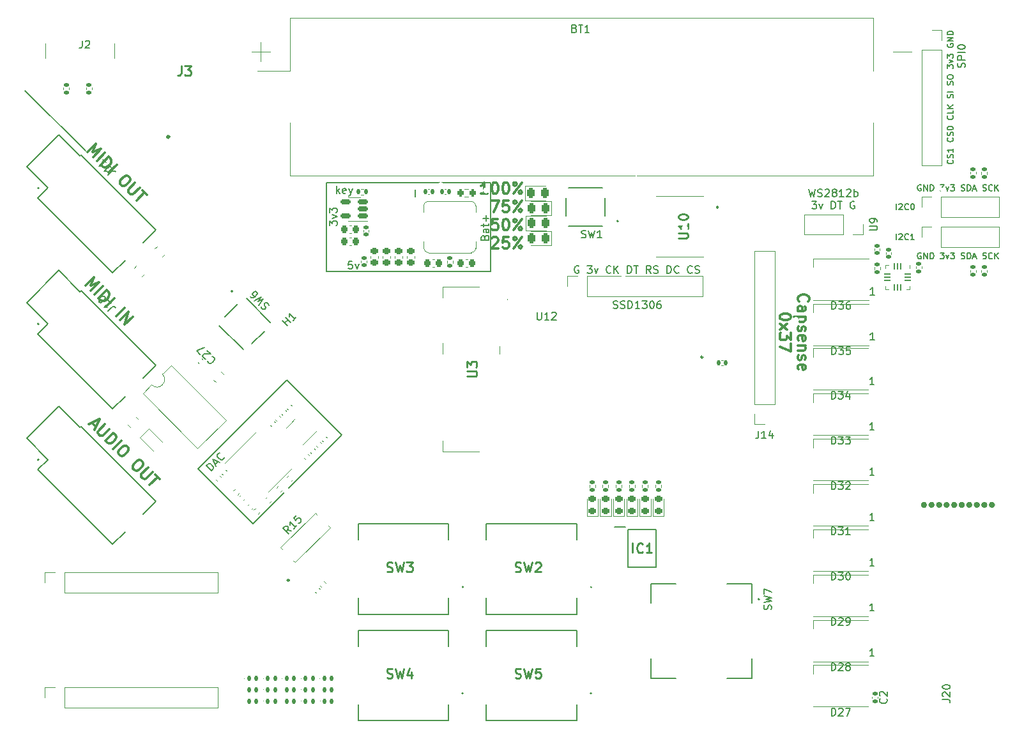
<source format=gbr>
%TF.GenerationSoftware,KiCad,Pcbnew,(6.0.5)*%
%TF.CreationDate,2022-06-18T22:15:24+02:00*%
%TF.ProjectId,clarinoid-devboard,636c6172-696e-46f6-9964-2d646576626f,rev?*%
%TF.SameCoordinates,Original*%
%TF.FileFunction,Legend,Top*%
%TF.FilePolarity,Positive*%
%FSLAX46Y46*%
G04 Gerber Fmt 4.6, Leading zero omitted, Abs format (unit mm)*
G04 Created by KiCad (PCBNEW (6.0.5)) date 2022-06-18 22:15:24*
%MOMM*%
%LPD*%
G01*
G04 APERTURE LIST*
G04 Aperture macros list*
%AMRoundRect*
0 Rectangle with rounded corners*
0 $1 Rounding radius*
0 $2 $3 $4 $5 $6 $7 $8 $9 X,Y pos of 4 corners*
0 Add a 4 corners polygon primitive as box body*
4,1,4,$2,$3,$4,$5,$6,$7,$8,$9,$2,$3,0*
0 Add four circle primitives for the rounded corners*
1,1,$1+$1,$2,$3*
1,1,$1+$1,$4,$5*
1,1,$1+$1,$6,$7*
1,1,$1+$1,$8,$9*
0 Add four rect primitives between the rounded corners*
20,1,$1+$1,$2,$3,$4,$5,0*
20,1,$1+$1,$4,$5,$6,$7,0*
20,1,$1+$1,$6,$7,$8,$9,0*
20,1,$1+$1,$8,$9,$2,$3,0*%
%AMHorizOval*
0 Thick line with rounded ends*
0 $1 width*
0 $2 $3 position (X,Y) of the first rounded end (center of the circle)*
0 $4 $5 position (X,Y) of the second rounded end (center of the circle)*
0 Add line between two ends*
20,1,$1,$2,$3,$4,$5,0*
0 Add two circle primitives to create the rounded ends*
1,1,$1,$2,$3*
1,1,$1,$4,$5*%
%AMRotRect*
0 Rectangle, with rotation*
0 The origin of the aperture is its center*
0 $1 length*
0 $2 width*
0 $3 Rotation angle, in degrees counterclockwise*
0 Add horizontal line*
21,1,$1,$2,0,0,$3*%
%AMFreePoly0*
4,1,14,0.354215,0.088284,0.450784,-0.008285,0.462500,-0.036569,0.462500,-0.060000,0.450784,-0.088284,0.422500,-0.100000,-0.422500,-0.100000,-0.450784,-0.088284,-0.462500,-0.060000,-0.462500,0.060000,-0.450784,0.088284,-0.422500,0.100000,0.325931,0.100000,0.354215,0.088284,0.354215,0.088284,$1*%
%AMFreePoly1*
4,1,14,0.450784,0.088284,0.462500,0.060000,0.462500,0.036569,0.450784,0.008285,0.354215,-0.088284,0.325931,-0.100000,-0.422500,-0.100000,-0.450784,-0.088284,-0.462500,-0.060000,-0.462500,0.060000,-0.450784,0.088284,-0.422500,0.100000,0.422500,0.100000,0.450784,0.088284,0.450784,0.088284,$1*%
%AMFreePoly2*
4,1,14,0.088284,0.450784,0.100000,0.422500,0.100000,-0.422500,0.088284,-0.450784,0.060000,-0.462500,-0.060000,-0.462500,-0.088284,-0.450784,-0.100000,-0.422500,-0.100000,0.325931,-0.088284,0.354215,0.008285,0.450784,0.036569,0.462500,0.060000,0.462500,0.088284,0.450784,0.088284,0.450784,$1*%
%AMFreePoly3*
4,1,14,-0.008285,0.450784,0.088284,0.354215,0.100000,0.325931,0.100000,-0.422500,0.088284,-0.450784,0.060000,-0.462500,-0.060000,-0.462500,-0.088284,-0.450784,-0.100000,-0.422500,-0.100000,0.422500,-0.088284,0.450784,-0.060000,0.462500,-0.036569,0.462500,-0.008285,0.450784,-0.008285,0.450784,$1*%
%AMFreePoly4*
4,1,14,0.450784,0.088284,0.462500,0.060000,0.462500,-0.060000,0.450784,-0.088284,0.422500,-0.100000,-0.325931,-0.100000,-0.354215,-0.088284,-0.450784,0.008285,-0.462500,0.036569,-0.462500,0.060000,-0.450784,0.088284,-0.422500,0.100000,0.422500,0.100000,0.450784,0.088284,0.450784,0.088284,$1*%
%AMFreePoly5*
4,1,14,0.450784,0.088284,0.462500,0.060000,0.462500,-0.060000,0.450784,-0.088284,0.422500,-0.100000,-0.422500,-0.100000,-0.450784,-0.088284,-0.462500,-0.060000,-0.462500,-0.036569,-0.450784,-0.008285,-0.354215,0.088284,-0.325931,0.100000,0.422500,0.100000,0.450784,0.088284,0.450784,0.088284,$1*%
%AMFreePoly6*
4,1,14,0.088284,0.450784,0.100000,0.422500,0.100000,-0.325931,0.088284,-0.354215,-0.008285,-0.450784,-0.036569,-0.462500,-0.060000,-0.462500,-0.088284,-0.450784,-0.100000,-0.422500,-0.100000,0.422500,-0.088284,0.450784,-0.060000,0.462500,0.060000,0.462500,0.088284,0.450784,0.088284,0.450784,$1*%
%AMFreePoly7*
4,1,14,0.088284,0.450784,0.100000,0.422500,0.100000,-0.422500,0.088284,-0.450784,0.060000,-0.462500,0.036569,-0.462500,0.008285,-0.450784,-0.088284,-0.354215,-0.100000,-0.325931,-0.100000,0.422500,-0.088284,0.450784,-0.060000,0.462500,0.060000,0.462500,0.088284,0.450784,0.088284,0.450784,$1*%
G04 Aperture macros list end*
%ADD10C,0.150000*%
%ADD11C,0.300000*%
%ADD12C,0.254000*%
%ADD13C,0.100000*%
%ADD14C,0.120000*%
%ADD15C,0.200000*%
%ADD16C,0.250000*%
%ADD17C,0.127000*%
%ADD18C,0.400000*%
%ADD19RoundRect,0.147500X-0.147500X-0.172500X0.147500X-0.172500X0.147500X0.172500X-0.147500X0.172500X0*%
%ADD20RoundRect,0.218750X0.256250X-0.218750X0.256250X0.218750X-0.256250X0.218750X-0.256250X-0.218750X0*%
%ADD21RoundRect,0.140000X-0.219203X-0.021213X-0.021213X-0.219203X0.219203X0.021213X0.021213X0.219203X0*%
%ADD22RoundRect,0.225000X0.225000X0.250000X-0.225000X0.250000X-0.225000X-0.250000X0.225000X-0.250000X0*%
%ADD23RoundRect,0.135000X0.185000X-0.135000X0.185000X0.135000X-0.185000X0.135000X-0.185000X-0.135000X0*%
%ADD24R,1.700000X1.700000*%
%ADD25O,1.700000X1.700000*%
%ADD26RoundRect,0.225000X-0.250000X0.225000X-0.250000X-0.225000X0.250000X-0.225000X0.250000X0.225000X0*%
%ADD27RotRect,0.600000X0.450000X315.000000*%
%ADD28RotRect,1.600000X1.600000X45.000000*%
%ADD29HorizOval,1.600000X0.000000X0.000000X0.000000X0.000000X0*%
%ADD30RoundRect,0.140000X0.170000X-0.140000X0.170000X0.140000X-0.170000X0.140000X-0.170000X-0.140000X0*%
%ADD31RoundRect,0.135000X0.135000X0.185000X-0.135000X0.185000X-0.135000X-0.185000X0.135000X-0.185000X0*%
%ADD32R,1.475000X0.450000*%
%ADD33C,6.200000*%
%ADD34R,0.700000X0.950000*%
%ADD35R,2.850000X2.250000*%
%ADD36R,2.375000X1.300000*%
%ADD37RoundRect,0.140000X0.021213X-0.219203X0.219203X-0.021213X-0.021213X0.219203X-0.219203X0.021213X0*%
%ADD38C,2.000000*%
%ADD39C,1.850000*%
%ADD40R,1.500000X1.000000*%
%ADD41C,3.450000*%
%ADD42C,2.390000*%
%ADD43R,7.340000X6.350000*%
%ADD44R,1.850000X3.500000*%
%ADD45RoundRect,0.135000X-0.185000X0.135000X-0.185000X-0.135000X0.185000X-0.135000X0.185000X0.135000X0*%
%ADD46RoundRect,0.243750X0.243750X0.456250X-0.243750X0.456250X-0.243750X-0.456250X0.243750X-0.456250X0*%
%ADD47RotRect,0.300000X0.850000X45.000000*%
%ADD48RotRect,0.300000X0.850000X315.000000*%
%ADD49RotRect,4.550000X4.550000X315.000000*%
%ADD50RoundRect,0.140000X0.140000X0.170000X-0.140000X0.170000X-0.140000X-0.170000X0.140000X-0.170000X0*%
%ADD51C,2.700000*%
%ADD52C,2.500000*%
%ADD53C,3.000000*%
%ADD54RoundRect,0.135000X0.226274X0.035355X0.035355X0.226274X-0.226274X-0.035355X-0.035355X-0.226274X0*%
%ADD55RoundRect,0.140000X0.219203X0.021213X0.021213X0.219203X-0.219203X-0.021213X-0.021213X-0.219203X0*%
%ADD56RoundRect,0.243750X-0.243750X-0.456250X0.243750X-0.456250X0.243750X0.456250X-0.243750X0.456250X0*%
%ADD57RoundRect,0.150000X0.512500X0.150000X-0.512500X0.150000X-0.512500X-0.150000X0.512500X-0.150000X0*%
%ADD58RoundRect,0.135000X-0.035355X0.226274X-0.226274X0.035355X0.035355X-0.226274X0.226274X-0.035355X0*%
%ADD59RoundRect,0.250000X0.132583X-0.503814X0.503814X-0.132583X-0.132583X0.503814X-0.503814X0.132583X0*%
%ADD60RoundRect,0.250000X0.503814X0.132583X0.132583X0.503814X-0.503814X-0.132583X-0.132583X-0.503814X0*%
%ADD61C,1.600000*%
%ADD62FreePoly0,270.000000*%
%ADD63RoundRect,0.050000X-0.050000X0.412500X-0.050000X-0.412500X0.050000X-0.412500X0.050000X0.412500X0*%
%ADD64FreePoly1,270.000000*%
%ADD65FreePoly2,270.000000*%
%ADD66RoundRect,0.050000X-0.412500X0.050000X-0.412500X-0.050000X0.412500X-0.050000X0.412500X0.050000X0*%
%ADD67FreePoly3,270.000000*%
%ADD68FreePoly4,270.000000*%
%ADD69FreePoly5,270.000000*%
%ADD70FreePoly6,270.000000*%
%ADD71FreePoly7,270.000000*%
%ADD72C,1.000000*%
%ADD73R,0.700000X1.600000*%
%ADD74R,1.200000X1.500000*%
%ADD75R,1.200000X2.200000*%
%ADD76R,1.600000X1.500000*%
%ADD77RoundRect,0.135000X0.035355X-0.226274X0.226274X-0.035355X-0.035355X0.226274X-0.226274X0.035355X0*%
%ADD78RoundRect,0.100000X-0.380070X-0.521491X0.521491X0.380070X0.380070X0.521491X-0.521491X-0.380070X0*%
%ADD79R,0.300000X0.800000*%
%ADD80R,0.800000X0.300000*%
%ADD81R,1.800000X1.800000*%
%ADD82RoundRect,0.140000X-0.170000X0.140000X-0.170000X-0.140000X0.170000X-0.140000X0.170000X0.140000X0*%
%ADD83C,0.650000*%
%ADD84R,0.300000X1.150000*%
%ADD85O,1.000000X1.600000*%
%ADD86O,1.000000X2.100000*%
%ADD87R,1.550000X0.300000*%
%ADD88C,1.150000*%
%ADD89C,1.650000*%
%ADD90R,2.750000X1.200000*%
%ADD91RoundRect,0.200000X0.200000X0.275000X-0.200000X0.275000X-0.200000X-0.275000X0.200000X-0.275000X0*%
%ADD92RoundRect,0.225000X-0.225000X-0.250000X0.225000X-0.250000X0.225000X0.250000X-0.225000X0.250000X0*%
%ADD93RoundRect,0.140000X-0.140000X-0.170000X0.140000X-0.170000X0.140000X0.170000X-0.140000X0.170000X0*%
%ADD94R,1.000000X0.750000*%
%ADD95R,1.650000X1.650000*%
%ADD96O,6.000000X3.000000*%
%ADD97RoundRect,0.250000X-0.503814X-0.132583X-0.132583X-0.503814X0.503814X0.132583X0.132583X0.503814X0*%
%ADD98RotRect,1.000000X0.750000X315.000000*%
%ADD99RoundRect,0.150000X0.256326X0.468458X-0.468458X-0.256326X-0.256326X-0.468458X0.468458X0.256326X0*%
%ADD100C,4.400000*%
%ADD101C,0.800000*%
G04 APERTURE END LIST*
D10*
X129561738Y-81132243D02*
X117753055Y-92940926D01*
X110469855Y-85657727D01*
X122278538Y-73849043D01*
X129561738Y-81132243D01*
X95538800Y-43499246D02*
X87538800Y-35499246D01*
X127460804Y-47712034D02*
X149260804Y-47712034D01*
X149260804Y-47712034D02*
X149260804Y-59512034D01*
X149260804Y-59512034D02*
X127460804Y-59512034D01*
X127460804Y-59512034D02*
X127460804Y-47712034D01*
X160920775Y-58778178D02*
X160825537Y-58730558D01*
X160682680Y-58730558D01*
X160539822Y-58778178D01*
X160444584Y-58873416D01*
X160396965Y-58968654D01*
X160349346Y-59159130D01*
X160349346Y-59301987D01*
X160396965Y-59492463D01*
X160444584Y-59587701D01*
X160539822Y-59682939D01*
X160682680Y-59730558D01*
X160777918Y-59730558D01*
X160920775Y-59682939D01*
X160968394Y-59635320D01*
X160968394Y-59301987D01*
X160777918Y-59301987D01*
X162063632Y-58730558D02*
X162682680Y-58730558D01*
X162349346Y-59111511D01*
X162492203Y-59111511D01*
X162587441Y-59159130D01*
X162635061Y-59206749D01*
X162682680Y-59301987D01*
X162682680Y-59540082D01*
X162635061Y-59635320D01*
X162587441Y-59682939D01*
X162492203Y-59730558D01*
X162206489Y-59730558D01*
X162111251Y-59682939D01*
X162063632Y-59635320D01*
X163016013Y-59063892D02*
X163254108Y-59730558D01*
X163492203Y-59063892D01*
X165206489Y-59635320D02*
X165158870Y-59682939D01*
X165016013Y-59730558D01*
X164920775Y-59730558D01*
X164777918Y-59682939D01*
X164682680Y-59587701D01*
X164635061Y-59492463D01*
X164587441Y-59301987D01*
X164587441Y-59159130D01*
X164635061Y-58968654D01*
X164682680Y-58873416D01*
X164777918Y-58778178D01*
X164920775Y-58730558D01*
X165016013Y-58730558D01*
X165158870Y-58778178D01*
X165206489Y-58825797D01*
X165635061Y-59730558D02*
X165635061Y-58730558D01*
X166206489Y-59730558D02*
X165777918Y-59159130D01*
X166206489Y-58730558D02*
X165635061Y-59301987D01*
X167396965Y-59730558D02*
X167396965Y-58730558D01*
X167635061Y-58730558D01*
X167777918Y-58778178D01*
X167873156Y-58873416D01*
X167920775Y-58968654D01*
X167968394Y-59159130D01*
X167968394Y-59301987D01*
X167920775Y-59492463D01*
X167873156Y-59587701D01*
X167777918Y-59682939D01*
X167635061Y-59730558D01*
X167396965Y-59730558D01*
X168254108Y-58730558D02*
X168825537Y-58730558D01*
X168539822Y-59730558D02*
X168539822Y-58730558D01*
X170492203Y-59730558D02*
X170158870Y-59254368D01*
X169920775Y-59730558D02*
X169920775Y-58730558D01*
X170301727Y-58730558D01*
X170396965Y-58778178D01*
X170444584Y-58825797D01*
X170492203Y-58921035D01*
X170492203Y-59063892D01*
X170444584Y-59159130D01*
X170396965Y-59206749D01*
X170301727Y-59254368D01*
X169920775Y-59254368D01*
X170873156Y-59682939D02*
X171016013Y-59730558D01*
X171254108Y-59730558D01*
X171349346Y-59682939D01*
X171396965Y-59635320D01*
X171444584Y-59540082D01*
X171444584Y-59444844D01*
X171396965Y-59349606D01*
X171349346Y-59301987D01*
X171254108Y-59254368D01*
X171063632Y-59206749D01*
X170968394Y-59159130D01*
X170920775Y-59111511D01*
X170873156Y-59016273D01*
X170873156Y-58921035D01*
X170920775Y-58825797D01*
X170968394Y-58778178D01*
X171063632Y-58730558D01*
X171301727Y-58730558D01*
X171444584Y-58778178D01*
X172635061Y-59730558D02*
X172635061Y-58730558D01*
X172873156Y-58730558D01*
X173016013Y-58778178D01*
X173111251Y-58873416D01*
X173158870Y-58968654D01*
X173206489Y-59159130D01*
X173206489Y-59301987D01*
X173158870Y-59492463D01*
X173111251Y-59587701D01*
X173016013Y-59682939D01*
X172873156Y-59730558D01*
X172635061Y-59730558D01*
X174206489Y-59635320D02*
X174158870Y-59682939D01*
X174016013Y-59730558D01*
X173920775Y-59730558D01*
X173777918Y-59682939D01*
X173682680Y-59587701D01*
X173635061Y-59492463D01*
X173587441Y-59301987D01*
X173587441Y-59159130D01*
X173635061Y-58968654D01*
X173682680Y-58873416D01*
X173777918Y-58778178D01*
X173920775Y-58730558D01*
X174016013Y-58730558D01*
X174158870Y-58778178D01*
X174206489Y-58825797D01*
X175968394Y-59635320D02*
X175920775Y-59682939D01*
X175777918Y-59730558D01*
X175682680Y-59730558D01*
X175539822Y-59682939D01*
X175444584Y-59587701D01*
X175396965Y-59492463D01*
X175349346Y-59301987D01*
X175349346Y-59159130D01*
X175396965Y-58968654D01*
X175444584Y-58873416D01*
X175539822Y-58778178D01*
X175682680Y-58730558D01*
X175777918Y-58730558D01*
X175920775Y-58778178D01*
X175968394Y-58825797D01*
X176349346Y-59682939D02*
X176492203Y-59730558D01*
X176730299Y-59730558D01*
X176825537Y-59682939D01*
X176873156Y-59635320D01*
X176920775Y-59540082D01*
X176920775Y-59444844D01*
X176873156Y-59349606D01*
X176825537Y-59301987D01*
X176730299Y-59254368D01*
X176539822Y-59206749D01*
X176444584Y-59159130D01*
X176396965Y-59111511D01*
X176349346Y-59016273D01*
X176349346Y-58921035D01*
X176396965Y-58825797D01*
X176444584Y-58778178D01*
X176539822Y-58730558D01*
X176777918Y-58730558D01*
X176920775Y-58778178D01*
D11*
X95579838Y-61325713D02*
X96640498Y-60265053D01*
X96236437Y-61376221D01*
X97347605Y-60972160D01*
X96286945Y-62032820D01*
X96792021Y-62537896D02*
X97852681Y-61477236D01*
X97297098Y-63042972D02*
X98357758Y-61982312D01*
X98610296Y-62234850D01*
X98711311Y-62436881D01*
X98711311Y-62638911D01*
X98660804Y-62790434D01*
X98509281Y-63042972D01*
X98357758Y-63194495D01*
X98105220Y-63346018D01*
X97953697Y-63396526D01*
X97751666Y-63396526D01*
X97549636Y-63295511D01*
X97297098Y-63042972D01*
X98357758Y-64103633D02*
X99418418Y-63042972D01*
X99670956Y-65416831D02*
X100731616Y-64356171D01*
X100176032Y-65921907D02*
X101236692Y-64861247D01*
X100782124Y-66527999D01*
X101842784Y-65467339D01*
D10*
X127898184Y-53402510D02*
X127898184Y-52783462D01*
X128279137Y-53116795D01*
X128279137Y-52973938D01*
X128326756Y-52878700D01*
X128374375Y-52831081D01*
X128469613Y-52783462D01*
X128707708Y-52783462D01*
X128802946Y-52831081D01*
X128850565Y-52878700D01*
X128898184Y-52973938D01*
X128898184Y-53259653D01*
X128850565Y-53354891D01*
X128802946Y-53402510D01*
X128231518Y-52450129D02*
X128898184Y-52212034D01*
X128231518Y-51973938D01*
X127898184Y-51688224D02*
X127898184Y-51069176D01*
X128279137Y-51402510D01*
X128279137Y-51259653D01*
X128326756Y-51164414D01*
X128374375Y-51116795D01*
X128469613Y-51069176D01*
X128707708Y-51069176D01*
X128802946Y-51116795D01*
X128850565Y-51164414D01*
X128898184Y-51259653D01*
X128898184Y-51545367D01*
X128850565Y-51640605D01*
X128802946Y-51688224D01*
X128884613Y-49164414D02*
X128884613Y-48164414D01*
X128979851Y-48783462D02*
X129265565Y-49164414D01*
X129265565Y-48497748D02*
X128884613Y-48878700D01*
X130075089Y-49116795D02*
X129979851Y-49164414D01*
X129789375Y-49164414D01*
X129694137Y-49116795D01*
X129646518Y-49021557D01*
X129646518Y-48640605D01*
X129694137Y-48545367D01*
X129789375Y-48497748D01*
X129979851Y-48497748D01*
X130075089Y-48545367D01*
X130122708Y-48640605D01*
X130122708Y-48735843D01*
X129646518Y-48831081D01*
X130456042Y-48497748D02*
X130694137Y-49164414D01*
X130932232Y-48497748D02*
X130694137Y-49164414D01*
X130598899Y-49402510D01*
X130551280Y-49450129D01*
X130456042Y-49497748D01*
X203036407Y-51296446D02*
X203036407Y-50496446D01*
X203379264Y-50572637D02*
X203417359Y-50534542D01*
X203493550Y-50496446D01*
X203684026Y-50496446D01*
X203760216Y-50534542D01*
X203798312Y-50572637D01*
X203836407Y-50648827D01*
X203836407Y-50725018D01*
X203798312Y-50839303D01*
X203341169Y-51296446D01*
X203836407Y-51296446D01*
X204636407Y-51220256D02*
X204598312Y-51258351D01*
X204484026Y-51296446D01*
X204407835Y-51296446D01*
X204293550Y-51258351D01*
X204217359Y-51182161D01*
X204179264Y-51105970D01*
X204141169Y-50953589D01*
X204141169Y-50839303D01*
X204179264Y-50686922D01*
X204217359Y-50610732D01*
X204293550Y-50534542D01*
X204407835Y-50496446D01*
X204484026Y-50496446D01*
X204598312Y-50534542D01*
X204636407Y-50572637D01*
X205131645Y-50496446D02*
X205207835Y-50496446D01*
X205284026Y-50534542D01*
X205322121Y-50572637D01*
X205360216Y-50648827D01*
X205398312Y-50801208D01*
X205398312Y-50991684D01*
X205360216Y-51144065D01*
X205322121Y-51220256D01*
X205284026Y-51258351D01*
X205207835Y-51296446D01*
X205131645Y-51296446D01*
X205055454Y-51258351D01*
X205017359Y-51220256D01*
X204979264Y-51144065D01*
X204941169Y-50991684D01*
X204941169Y-50801208D01*
X204979264Y-50648827D01*
X205017359Y-50572637D01*
X205055454Y-50534542D01*
X205131645Y-50496446D01*
D11*
X96418163Y-79557946D02*
X96923239Y-80063022D01*
X96014102Y-79759977D02*
X97428315Y-79052870D01*
X96721209Y-80467083D01*
X98135422Y-79759977D02*
X97276792Y-80618606D01*
X97226285Y-80770129D01*
X97226285Y-80871145D01*
X97276792Y-81022667D01*
X97478823Y-81224698D01*
X97630346Y-81275206D01*
X97731361Y-81275206D01*
X97882884Y-81224698D01*
X98741514Y-80366068D01*
X98185930Y-81931805D02*
X99246590Y-80871145D01*
X99499128Y-81123683D01*
X99600143Y-81325713D01*
X99600143Y-81527744D01*
X99549636Y-81679267D01*
X99398113Y-81931805D01*
X99246590Y-82083328D01*
X98994052Y-82234850D01*
X98842529Y-82285358D01*
X98640498Y-82285358D01*
X98438468Y-82184343D01*
X98185930Y-81931805D01*
X99246590Y-82992465D02*
X100307250Y-81931805D01*
X101014357Y-82638911D02*
X101216387Y-82840942D01*
X101266895Y-82992465D01*
X101266895Y-83194495D01*
X101115372Y-83447034D01*
X100761819Y-83800587D01*
X100509281Y-83952110D01*
X100307250Y-83952110D01*
X100155727Y-83901602D01*
X99953697Y-83699572D01*
X99903189Y-83548049D01*
X99903189Y-83346018D01*
X100054712Y-83093480D01*
X100408265Y-82739927D01*
X100660804Y-82588404D01*
X100862834Y-82588404D01*
X101014357Y-82638911D01*
X102933647Y-84558201D02*
X103135677Y-84760232D01*
X103186185Y-84911755D01*
X103186185Y-85113785D01*
X103034662Y-85366323D01*
X102681109Y-85719877D01*
X102428570Y-85871400D01*
X102226540Y-85871400D01*
X102075017Y-85820892D01*
X101872987Y-85618861D01*
X101822479Y-85467339D01*
X101822479Y-85265308D01*
X101974002Y-85012770D01*
X102327555Y-84659217D01*
X102580093Y-84507694D01*
X102782124Y-84507694D01*
X102933647Y-84558201D01*
X103842784Y-85467339D02*
X102984154Y-86325968D01*
X102933647Y-86477491D01*
X102933647Y-86578506D01*
X102984154Y-86730029D01*
X103186185Y-86932060D01*
X103337708Y-86982567D01*
X103438723Y-86982567D01*
X103590246Y-86932060D01*
X104448876Y-86073430D01*
X104802429Y-86426984D02*
X105408520Y-87033075D01*
X104044815Y-87790689D02*
X105105475Y-86730029D01*
D10*
X130917946Y-58149414D02*
X130441756Y-58149414D01*
X130394137Y-58625605D01*
X130441756Y-58577986D01*
X130536994Y-58530367D01*
X130775089Y-58530367D01*
X130870327Y-58577986D01*
X130917946Y-58625605D01*
X130965565Y-58720843D01*
X130965565Y-58958938D01*
X130917946Y-59054176D01*
X130870327Y-59101795D01*
X130775089Y-59149414D01*
X130536994Y-59149414D01*
X130441756Y-59101795D01*
X130394137Y-59054176D01*
X131298899Y-58482748D02*
X131536994Y-59149414D01*
X131775089Y-58482748D01*
X112281394Y-85900163D02*
X111574288Y-85193056D01*
X111742646Y-85024697D01*
X111877333Y-84957354D01*
X112012020Y-84957354D01*
X112113036Y-84991026D01*
X112281394Y-85092041D01*
X112382410Y-85193056D01*
X112483425Y-85361415D01*
X112517097Y-85462430D01*
X112517097Y-85597117D01*
X112449753Y-85731804D01*
X112281394Y-85900163D01*
X112752799Y-85024697D02*
X113089516Y-84687980D01*
X112887486Y-85294071D02*
X112416081Y-84351262D01*
X113358890Y-84822667D01*
X113931310Y-84115560D02*
X113931310Y-84182904D01*
X113863967Y-84317591D01*
X113796623Y-84384934D01*
X113661936Y-84452278D01*
X113527249Y-84452278D01*
X113426234Y-84418606D01*
X113257875Y-84317591D01*
X113156860Y-84216575D01*
X113055845Y-84048217D01*
X113022173Y-83947201D01*
X113022173Y-83812514D01*
X113089516Y-83677827D01*
X113156860Y-83610484D01*
X113291547Y-83543140D01*
X113358890Y-83543140D01*
X206303073Y-57034542D02*
X206226883Y-56996446D01*
X206112597Y-56996446D01*
X205998312Y-57034542D01*
X205922121Y-57110732D01*
X205884026Y-57186922D01*
X205845931Y-57339303D01*
X205845931Y-57453589D01*
X205884026Y-57605970D01*
X205922121Y-57682161D01*
X205998312Y-57758351D01*
X206112597Y-57796446D01*
X206188788Y-57796446D01*
X206303073Y-57758351D01*
X206341169Y-57720256D01*
X206341169Y-57453589D01*
X206188788Y-57453589D01*
X206684026Y-57796446D02*
X206684026Y-56996446D01*
X207141169Y-57796446D01*
X207141169Y-56996446D01*
X207522121Y-57796446D02*
X207522121Y-56996446D01*
X207712597Y-56996446D01*
X207826883Y-57034542D01*
X207903073Y-57110732D01*
X207941169Y-57186922D01*
X207979264Y-57339303D01*
X207979264Y-57453589D01*
X207941169Y-57605970D01*
X207903073Y-57682161D01*
X207826883Y-57758351D01*
X207712597Y-57796446D01*
X207522121Y-57796446D01*
X208855454Y-56996446D02*
X209350692Y-56996446D01*
X209084026Y-57301208D01*
X209198312Y-57301208D01*
X209274502Y-57339303D01*
X209312597Y-57377399D01*
X209350692Y-57453589D01*
X209350692Y-57644065D01*
X209312597Y-57720256D01*
X209274502Y-57758351D01*
X209198312Y-57796446D01*
X208969740Y-57796446D01*
X208893550Y-57758351D01*
X208855454Y-57720256D01*
X209617359Y-57263113D02*
X209807835Y-57796446D01*
X209998312Y-57263113D01*
X210226883Y-56996446D02*
X210722121Y-56996446D01*
X210455454Y-57301208D01*
X210569740Y-57301208D01*
X210645931Y-57339303D01*
X210684026Y-57377399D01*
X210722121Y-57453589D01*
X210722121Y-57644065D01*
X210684026Y-57720256D01*
X210645931Y-57758351D01*
X210569740Y-57796446D01*
X210341169Y-57796446D01*
X210264978Y-57758351D01*
X210226883Y-57720256D01*
X211636407Y-57758351D02*
X211750692Y-57796446D01*
X211941169Y-57796446D01*
X212017359Y-57758351D01*
X212055454Y-57720256D01*
X212093550Y-57644065D01*
X212093550Y-57567875D01*
X212055454Y-57491684D01*
X212017359Y-57453589D01*
X211941169Y-57415494D01*
X211788788Y-57377399D01*
X211712597Y-57339303D01*
X211674502Y-57301208D01*
X211636407Y-57225018D01*
X211636407Y-57148827D01*
X211674502Y-57072637D01*
X211712597Y-57034542D01*
X211788788Y-56996446D01*
X211979264Y-56996446D01*
X212093550Y-57034542D01*
X212436407Y-57796446D02*
X212436407Y-56996446D01*
X212626883Y-56996446D01*
X212741169Y-57034542D01*
X212817359Y-57110732D01*
X212855454Y-57186922D01*
X212893550Y-57339303D01*
X212893550Y-57453589D01*
X212855454Y-57605970D01*
X212817359Y-57682161D01*
X212741169Y-57758351D01*
X212626883Y-57796446D01*
X212436407Y-57796446D01*
X213198312Y-57567875D02*
X213579264Y-57567875D01*
X213122121Y-57796446D02*
X213388788Y-56996446D01*
X213655454Y-57796446D01*
X214493550Y-57758351D02*
X214607835Y-57796446D01*
X214798312Y-57796446D01*
X214874502Y-57758351D01*
X214912597Y-57720256D01*
X214950692Y-57644065D01*
X214950692Y-57567875D01*
X214912597Y-57491684D01*
X214874502Y-57453589D01*
X214798312Y-57415494D01*
X214645931Y-57377399D01*
X214569740Y-57339303D01*
X214531645Y-57301208D01*
X214493550Y-57225018D01*
X214493550Y-57148827D01*
X214531645Y-57072637D01*
X214569740Y-57034542D01*
X214645931Y-56996446D01*
X214836407Y-56996446D01*
X214950692Y-57034542D01*
X215750692Y-57720256D02*
X215712597Y-57758351D01*
X215598312Y-57796446D01*
X215522121Y-57796446D01*
X215407835Y-57758351D01*
X215331645Y-57682161D01*
X215293550Y-57605970D01*
X215255454Y-57453589D01*
X215255454Y-57339303D01*
X215293550Y-57186922D01*
X215331645Y-57110732D01*
X215407835Y-57034542D01*
X215522121Y-56996446D01*
X215598312Y-56996446D01*
X215712597Y-57034542D01*
X215750692Y-57072637D01*
X216093550Y-57796446D02*
X216093550Y-56996446D01*
X216550692Y-57796446D02*
X216207835Y-57339303D01*
X216550692Y-56996446D02*
X216093550Y-57453589D01*
D11*
X190132589Y-63475605D02*
X190061161Y-63404176D01*
X189989732Y-63189891D01*
X189989732Y-63047034D01*
X190061161Y-62832748D01*
X190204018Y-62689891D01*
X190346875Y-62618462D01*
X190632589Y-62547034D01*
X190846875Y-62547034D01*
X191132589Y-62618462D01*
X191275446Y-62689891D01*
X191418304Y-62832748D01*
X191489732Y-63047034D01*
X191489732Y-63189891D01*
X191418304Y-63404176D01*
X191346875Y-63475605D01*
X189989732Y-64761319D02*
X190775446Y-64761319D01*
X190918304Y-64689891D01*
X190989732Y-64547034D01*
X190989732Y-64261319D01*
X190918304Y-64118462D01*
X190061161Y-64761319D02*
X189989732Y-64618462D01*
X189989732Y-64261319D01*
X190061161Y-64118462D01*
X190204018Y-64047034D01*
X190346875Y-64047034D01*
X190489732Y-64118462D01*
X190561161Y-64261319D01*
X190561161Y-64618462D01*
X190632589Y-64761319D01*
X190989732Y-65475605D02*
X189489732Y-65475605D01*
X190918304Y-65475605D02*
X190989732Y-65618462D01*
X190989732Y-65904176D01*
X190918304Y-66047034D01*
X190846875Y-66118462D01*
X190704018Y-66189891D01*
X190275446Y-66189891D01*
X190132589Y-66118462D01*
X190061161Y-66047034D01*
X189989732Y-65904176D01*
X189989732Y-65618462D01*
X190061161Y-65475605D01*
X190061161Y-66761319D02*
X189989732Y-66904176D01*
X189989732Y-67189891D01*
X190061161Y-67332748D01*
X190204018Y-67404176D01*
X190275446Y-67404176D01*
X190418304Y-67332748D01*
X190489732Y-67189891D01*
X190489732Y-66975605D01*
X190561161Y-66832748D01*
X190704018Y-66761319D01*
X190775446Y-66761319D01*
X190918304Y-66832748D01*
X190989732Y-66975605D01*
X190989732Y-67189891D01*
X190918304Y-67332748D01*
X190061161Y-68618462D02*
X189989732Y-68475605D01*
X189989732Y-68189891D01*
X190061161Y-68047034D01*
X190204018Y-67975605D01*
X190775446Y-67975605D01*
X190918304Y-68047034D01*
X190989732Y-68189891D01*
X190989732Y-68475605D01*
X190918304Y-68618462D01*
X190775446Y-68689891D01*
X190632589Y-68689891D01*
X190489732Y-67975605D01*
X190989732Y-69332748D02*
X189989732Y-69332748D01*
X190846875Y-69332748D02*
X190918304Y-69404176D01*
X190989732Y-69547034D01*
X190989732Y-69761319D01*
X190918304Y-69904176D01*
X190775446Y-69975605D01*
X189989732Y-69975605D01*
X190061161Y-70618462D02*
X189989732Y-70761319D01*
X189989732Y-71047034D01*
X190061161Y-71189891D01*
X190204018Y-71261319D01*
X190275446Y-71261319D01*
X190418304Y-71189891D01*
X190489732Y-71047034D01*
X190489732Y-70832748D01*
X190561161Y-70689891D01*
X190704018Y-70618462D01*
X190775446Y-70618462D01*
X190918304Y-70689891D01*
X190989732Y-70832748D01*
X190989732Y-71047034D01*
X190918304Y-71189891D01*
X190061161Y-72475605D02*
X189989732Y-72332748D01*
X189989732Y-72047034D01*
X190061161Y-71904176D01*
X190204018Y-71832748D01*
X190775446Y-71832748D01*
X190918304Y-71904176D01*
X190989732Y-72047034D01*
X190989732Y-72332748D01*
X190918304Y-72475605D01*
X190775446Y-72547034D01*
X190632589Y-72547034D01*
X190489732Y-71832748D01*
X189074732Y-65439891D02*
X189074732Y-65582748D01*
X189003304Y-65725605D01*
X188931875Y-65797034D01*
X188789018Y-65868462D01*
X188503304Y-65939891D01*
X188146161Y-65939891D01*
X187860446Y-65868462D01*
X187717589Y-65797034D01*
X187646161Y-65725605D01*
X187574732Y-65582748D01*
X187574732Y-65439891D01*
X187646161Y-65297034D01*
X187717589Y-65225605D01*
X187860446Y-65154176D01*
X188146161Y-65082748D01*
X188503304Y-65082748D01*
X188789018Y-65154176D01*
X188931875Y-65225605D01*
X189003304Y-65297034D01*
X189074732Y-65439891D01*
X187574732Y-66439891D02*
X188574732Y-67225605D01*
X188574732Y-66439891D02*
X187574732Y-67225605D01*
X189074732Y-67654176D02*
X189074732Y-68582748D01*
X188503304Y-68082748D01*
X188503304Y-68297034D01*
X188431875Y-68439891D01*
X188360446Y-68511319D01*
X188217589Y-68582748D01*
X187860446Y-68582748D01*
X187717589Y-68511319D01*
X187646161Y-68439891D01*
X187574732Y-68297034D01*
X187574732Y-67868462D01*
X187646161Y-67725605D01*
X187717589Y-67654176D01*
X189074732Y-69082748D02*
X189074732Y-70082748D01*
X187574732Y-69439891D01*
D10*
X148489375Y-54982748D02*
X148536994Y-54839891D01*
X148584613Y-54792272D01*
X148679851Y-54744653D01*
X148822708Y-54744653D01*
X148917946Y-54792272D01*
X148965565Y-54839891D01*
X149013184Y-54935129D01*
X149013184Y-55316081D01*
X148013184Y-55316081D01*
X148013184Y-54982748D01*
X148060804Y-54887510D01*
X148108423Y-54839891D01*
X148203661Y-54792272D01*
X148298899Y-54792272D01*
X148394137Y-54839891D01*
X148441756Y-54887510D01*
X148489375Y-54982748D01*
X148489375Y-55316081D01*
X149013184Y-53887510D02*
X148489375Y-53887510D01*
X148394137Y-53935129D01*
X148346518Y-54030367D01*
X148346518Y-54220843D01*
X148394137Y-54316081D01*
X148965565Y-53887510D02*
X149013184Y-53982748D01*
X149013184Y-54220843D01*
X148965565Y-54316081D01*
X148870327Y-54363700D01*
X148775089Y-54363700D01*
X148679851Y-54316081D01*
X148632232Y-54220843D01*
X148632232Y-53982748D01*
X148584613Y-53887510D01*
X148346518Y-53554176D02*
X148346518Y-53173224D01*
X148013184Y-53411319D02*
X148870327Y-53411319D01*
X148965565Y-53363700D01*
X149013184Y-53268462D01*
X149013184Y-53173224D01*
X148632232Y-52839891D02*
X148632232Y-52077986D01*
X149013184Y-52458938D02*
X148251280Y-52458938D01*
X191436407Y-48581922D02*
X191674502Y-49581922D01*
X191864978Y-48867637D01*
X192055454Y-49581922D01*
X192293550Y-48581922D01*
X192626883Y-49534303D02*
X192769740Y-49581922D01*
X193007835Y-49581922D01*
X193103073Y-49534303D01*
X193150692Y-49486684D01*
X193198312Y-49391446D01*
X193198312Y-49296208D01*
X193150692Y-49200970D01*
X193103073Y-49153351D01*
X193007835Y-49105732D01*
X192817359Y-49058113D01*
X192722121Y-49010494D01*
X192674502Y-48962875D01*
X192626883Y-48867637D01*
X192626883Y-48772399D01*
X192674502Y-48677161D01*
X192722121Y-48629542D01*
X192817359Y-48581922D01*
X193055454Y-48581922D01*
X193198312Y-48629542D01*
X193579264Y-48677161D02*
X193626883Y-48629542D01*
X193722121Y-48581922D01*
X193960216Y-48581922D01*
X194055454Y-48629542D01*
X194103073Y-48677161D01*
X194150692Y-48772399D01*
X194150692Y-48867637D01*
X194103073Y-49010494D01*
X193531645Y-49581922D01*
X194150692Y-49581922D01*
X194722121Y-49010494D02*
X194626883Y-48962875D01*
X194579264Y-48915256D01*
X194531645Y-48820018D01*
X194531645Y-48772399D01*
X194579264Y-48677161D01*
X194626883Y-48629542D01*
X194722121Y-48581922D01*
X194912597Y-48581922D01*
X195007835Y-48629542D01*
X195055454Y-48677161D01*
X195103073Y-48772399D01*
X195103073Y-48820018D01*
X195055454Y-48915256D01*
X195007835Y-48962875D01*
X194912597Y-49010494D01*
X194722121Y-49010494D01*
X194626883Y-49058113D01*
X194579264Y-49105732D01*
X194531645Y-49200970D01*
X194531645Y-49391446D01*
X194579264Y-49486684D01*
X194626883Y-49534303D01*
X194722121Y-49581922D01*
X194912597Y-49581922D01*
X195007835Y-49534303D01*
X195055454Y-49486684D01*
X195103073Y-49391446D01*
X195103073Y-49200970D01*
X195055454Y-49105732D01*
X195007835Y-49058113D01*
X194912597Y-49010494D01*
X196055454Y-49581922D02*
X195484026Y-49581922D01*
X195769740Y-49581922D02*
X195769740Y-48581922D01*
X195674502Y-48724780D01*
X195579264Y-48820018D01*
X195484026Y-48867637D01*
X196436407Y-48677161D02*
X196484026Y-48629542D01*
X196579264Y-48581922D01*
X196817359Y-48581922D01*
X196912597Y-48629542D01*
X196960216Y-48677161D01*
X197007835Y-48772399D01*
X197007835Y-48867637D01*
X196960216Y-49010494D01*
X196388788Y-49581922D01*
X197007835Y-49581922D01*
X197436407Y-49581922D02*
X197436407Y-48581922D01*
X197436407Y-48962875D02*
X197531645Y-48915256D01*
X197722121Y-48915256D01*
X197817359Y-48962875D01*
X197864978Y-49010494D01*
X197912597Y-49105732D01*
X197912597Y-49391446D01*
X197864978Y-49486684D01*
X197817359Y-49534303D01*
X197722121Y-49581922D01*
X197531645Y-49581922D01*
X197436407Y-49534303D01*
X191841169Y-50191922D02*
X192460216Y-50191922D01*
X192126883Y-50572875D01*
X192269740Y-50572875D01*
X192364978Y-50620494D01*
X192412597Y-50668113D01*
X192460216Y-50763351D01*
X192460216Y-51001446D01*
X192412597Y-51096684D01*
X192364978Y-51144303D01*
X192269740Y-51191922D01*
X191984026Y-51191922D01*
X191888788Y-51144303D01*
X191841169Y-51096684D01*
X192793550Y-50525256D02*
X193031645Y-51191922D01*
X193269740Y-50525256D01*
X194412597Y-51191922D02*
X194412597Y-50191922D01*
X194650692Y-50191922D01*
X194793550Y-50239542D01*
X194888788Y-50334780D01*
X194936407Y-50430018D01*
X194984026Y-50620494D01*
X194984026Y-50763351D01*
X194936407Y-50953827D01*
X194888788Y-51049065D01*
X194793550Y-51144303D01*
X194650692Y-51191922D01*
X194412597Y-51191922D01*
X195269740Y-50191922D02*
X195841169Y-50191922D01*
X195555454Y-51191922D02*
X195555454Y-50191922D01*
X197460216Y-50239542D02*
X197364978Y-50191922D01*
X197222121Y-50191922D01*
X197079264Y-50239542D01*
X196984026Y-50334780D01*
X196936407Y-50430018D01*
X196888788Y-50620494D01*
X196888788Y-50763351D01*
X196936407Y-50953827D01*
X196984026Y-51049065D01*
X197079264Y-51144303D01*
X197222121Y-51191922D01*
X197317359Y-51191922D01*
X197460216Y-51144303D01*
X197507835Y-51096684D01*
X197507835Y-50763351D01*
X197317359Y-50763351D01*
D11*
X148843661Y-49192639D02*
X147986518Y-49192639D01*
X148415089Y-49192639D02*
X148415089Y-47692639D01*
X148272232Y-47906925D01*
X148129375Y-48049782D01*
X147986518Y-48121210D01*
X149772232Y-47692639D02*
X149915089Y-47692639D01*
X150057946Y-47764068D01*
X150129375Y-47835496D01*
X150200804Y-47978353D01*
X150272232Y-48264068D01*
X150272232Y-48621210D01*
X150200804Y-48906925D01*
X150129375Y-49049782D01*
X150057946Y-49121210D01*
X149915089Y-49192639D01*
X149772232Y-49192639D01*
X149629375Y-49121210D01*
X149557946Y-49049782D01*
X149486518Y-48906925D01*
X149415089Y-48621210D01*
X149415089Y-48264068D01*
X149486518Y-47978353D01*
X149557946Y-47835496D01*
X149629375Y-47764068D01*
X149772232Y-47692639D01*
X151200804Y-47692639D02*
X151343661Y-47692639D01*
X151486518Y-47764068D01*
X151557946Y-47835496D01*
X151629375Y-47978353D01*
X151700804Y-48264068D01*
X151700804Y-48621210D01*
X151629375Y-48906925D01*
X151557946Y-49049782D01*
X151486518Y-49121210D01*
X151343661Y-49192639D01*
X151200804Y-49192639D01*
X151057946Y-49121210D01*
X150986518Y-49049782D01*
X150915089Y-48906925D01*
X150843661Y-48621210D01*
X150843661Y-48264068D01*
X150915089Y-47978353D01*
X150986518Y-47835496D01*
X151057946Y-47764068D01*
X151200804Y-47692639D01*
X152272232Y-49192639D02*
X153415089Y-47692639D01*
X152486518Y-47692639D02*
X152629375Y-47764068D01*
X152700804Y-47906925D01*
X152629375Y-48049782D01*
X152486518Y-48121210D01*
X152343661Y-48049782D01*
X152272232Y-47906925D01*
X152343661Y-47764068D01*
X152486518Y-47692639D01*
X153343661Y-49121210D02*
X153415089Y-48978353D01*
X153343661Y-48835496D01*
X153200804Y-48764068D01*
X153057946Y-48835496D01*
X152986518Y-48978353D01*
X153057946Y-49121210D01*
X153200804Y-49192639D01*
X153343661Y-49121210D01*
X149343661Y-50107639D02*
X150343661Y-50107639D01*
X149700804Y-51607639D01*
X151629375Y-50107639D02*
X150915089Y-50107639D01*
X150843661Y-50821925D01*
X150915089Y-50750496D01*
X151057946Y-50679068D01*
X151415089Y-50679068D01*
X151557946Y-50750496D01*
X151629375Y-50821925D01*
X151700804Y-50964782D01*
X151700804Y-51321925D01*
X151629375Y-51464782D01*
X151557946Y-51536210D01*
X151415089Y-51607639D01*
X151057946Y-51607639D01*
X150915089Y-51536210D01*
X150843661Y-51464782D01*
X152272232Y-51607639D02*
X153415089Y-50107639D01*
X152486518Y-50107639D02*
X152629375Y-50179068D01*
X152700804Y-50321925D01*
X152629375Y-50464782D01*
X152486518Y-50536210D01*
X152343661Y-50464782D01*
X152272232Y-50321925D01*
X152343661Y-50179068D01*
X152486518Y-50107639D01*
X153343661Y-51536210D02*
X153415089Y-51393353D01*
X153343661Y-51250496D01*
X153200804Y-51179068D01*
X153057946Y-51250496D01*
X152986518Y-51393353D01*
X153057946Y-51536210D01*
X153200804Y-51607639D01*
X153343661Y-51536210D01*
X150200804Y-52522639D02*
X149486518Y-52522639D01*
X149415089Y-53236925D01*
X149486518Y-53165496D01*
X149629375Y-53094068D01*
X149986518Y-53094068D01*
X150129375Y-53165496D01*
X150200804Y-53236925D01*
X150272232Y-53379782D01*
X150272232Y-53736925D01*
X150200804Y-53879782D01*
X150129375Y-53951210D01*
X149986518Y-54022639D01*
X149629375Y-54022639D01*
X149486518Y-53951210D01*
X149415089Y-53879782D01*
X151200804Y-52522639D02*
X151343661Y-52522639D01*
X151486518Y-52594068D01*
X151557946Y-52665496D01*
X151629375Y-52808353D01*
X151700804Y-53094068D01*
X151700804Y-53451210D01*
X151629375Y-53736925D01*
X151557946Y-53879782D01*
X151486518Y-53951210D01*
X151343661Y-54022639D01*
X151200804Y-54022639D01*
X151057946Y-53951210D01*
X150986518Y-53879782D01*
X150915089Y-53736925D01*
X150843661Y-53451210D01*
X150843661Y-53094068D01*
X150915089Y-52808353D01*
X150986518Y-52665496D01*
X151057946Y-52594068D01*
X151200804Y-52522639D01*
X152272232Y-54022639D02*
X153415089Y-52522639D01*
X152486518Y-52522639D02*
X152629375Y-52594068D01*
X152700804Y-52736925D01*
X152629375Y-52879782D01*
X152486518Y-52951210D01*
X152343661Y-52879782D01*
X152272232Y-52736925D01*
X152343661Y-52594068D01*
X152486518Y-52522639D01*
X153343661Y-53951210D02*
X153415089Y-53808353D01*
X153343661Y-53665496D01*
X153200804Y-53594068D01*
X153057946Y-53665496D01*
X152986518Y-53808353D01*
X153057946Y-53951210D01*
X153200804Y-54022639D01*
X153343661Y-53951210D01*
X149415089Y-55080496D02*
X149486518Y-55009068D01*
X149629375Y-54937639D01*
X149986518Y-54937639D01*
X150129375Y-55009068D01*
X150200804Y-55080496D01*
X150272232Y-55223353D01*
X150272232Y-55366210D01*
X150200804Y-55580496D01*
X149343661Y-56437639D01*
X150272232Y-56437639D01*
X151629375Y-54937639D02*
X150915089Y-54937639D01*
X150843661Y-55651925D01*
X150915089Y-55580496D01*
X151057946Y-55509068D01*
X151415089Y-55509068D01*
X151557946Y-55580496D01*
X151629375Y-55651925D01*
X151700804Y-55794782D01*
X151700804Y-56151925D01*
X151629375Y-56294782D01*
X151557946Y-56366210D01*
X151415089Y-56437639D01*
X151057946Y-56437639D01*
X150915089Y-56366210D01*
X150843661Y-56294782D01*
X152272232Y-56437639D02*
X153415089Y-54937639D01*
X152486518Y-54937639D02*
X152629375Y-55009068D01*
X152700804Y-55151925D01*
X152629375Y-55294782D01*
X152486518Y-55366210D01*
X152343661Y-55294782D01*
X152272232Y-55151925D01*
X152343661Y-55009068D01*
X152486518Y-54937639D01*
X153343661Y-56366210D02*
X153415089Y-56223353D01*
X153343661Y-56080496D01*
X153200804Y-56009068D01*
X153057946Y-56080496D01*
X152986518Y-56223353D01*
X153057946Y-56366210D01*
X153200804Y-56437639D01*
X153343661Y-56366210D01*
X95872731Y-43618606D02*
X96933392Y-42557946D01*
X96529331Y-43669114D01*
X97640498Y-43265053D01*
X96579838Y-44325713D01*
X97084915Y-44830789D02*
X98145575Y-43770129D01*
X97589991Y-45335866D02*
X98650651Y-44275206D01*
X98903189Y-44527744D01*
X99004204Y-44729774D01*
X99004204Y-44931805D01*
X98953697Y-45083328D01*
X98802174Y-45335866D01*
X98650651Y-45487389D01*
X98398113Y-45638911D01*
X98246590Y-45689419D01*
X98044559Y-45689419D01*
X97842529Y-45588404D01*
X97589991Y-45335866D01*
X98650651Y-46396526D02*
X99711311Y-45335866D01*
X101226540Y-46851095D02*
X101428570Y-47053125D01*
X101479078Y-47204648D01*
X101479078Y-47406678D01*
X101327555Y-47659217D01*
X100974002Y-48012770D01*
X100721464Y-48164293D01*
X100519433Y-48164293D01*
X100367910Y-48113785D01*
X100165880Y-47911755D01*
X100115372Y-47760232D01*
X100115372Y-47558201D01*
X100266895Y-47305663D01*
X100620448Y-46952110D01*
X100872987Y-46800587D01*
X101075017Y-46800587D01*
X101226540Y-46851095D01*
X102135677Y-47760232D02*
X101277048Y-48618861D01*
X101226540Y-48770384D01*
X101226540Y-48871400D01*
X101277048Y-49022922D01*
X101479078Y-49224953D01*
X101630601Y-49275461D01*
X101731616Y-49275461D01*
X101883139Y-49224953D01*
X102741769Y-48366323D01*
X103095322Y-48719877D02*
X103701414Y-49325968D01*
X102337708Y-50083583D02*
X103398368Y-49022922D01*
D10*
X203036407Y-55296446D02*
X203036407Y-54496446D01*
X203379264Y-54572637D02*
X203417359Y-54534542D01*
X203493550Y-54496446D01*
X203684026Y-54496446D01*
X203760216Y-54534542D01*
X203798312Y-54572637D01*
X203836407Y-54648827D01*
X203836407Y-54725018D01*
X203798312Y-54839303D01*
X203341169Y-55296446D01*
X203836407Y-55296446D01*
X204636407Y-55220256D02*
X204598312Y-55258351D01*
X204484026Y-55296446D01*
X204407835Y-55296446D01*
X204293550Y-55258351D01*
X204217359Y-55182161D01*
X204179264Y-55105970D01*
X204141169Y-54953589D01*
X204141169Y-54839303D01*
X204179264Y-54686922D01*
X204217359Y-54610732D01*
X204293550Y-54534542D01*
X204407835Y-54496446D01*
X204484026Y-54496446D01*
X204598312Y-54534542D01*
X204636407Y-54572637D01*
X205398312Y-55296446D02*
X204941169Y-55296446D01*
X205169740Y-55296446D02*
X205169740Y-54496446D01*
X205093550Y-54610732D01*
X205017359Y-54686922D01*
X204941169Y-54725018D01*
X206303073Y-48034542D02*
X206226883Y-47996446D01*
X206112597Y-47996446D01*
X205998312Y-48034542D01*
X205922121Y-48110732D01*
X205884026Y-48186922D01*
X205845931Y-48339303D01*
X205845931Y-48453589D01*
X205884026Y-48605970D01*
X205922121Y-48682161D01*
X205998312Y-48758351D01*
X206112597Y-48796446D01*
X206188788Y-48796446D01*
X206303073Y-48758351D01*
X206341169Y-48720256D01*
X206341169Y-48453589D01*
X206188788Y-48453589D01*
X206684026Y-48796446D02*
X206684026Y-47996446D01*
X207141169Y-48796446D01*
X207141169Y-47996446D01*
X207522121Y-48796446D02*
X207522121Y-47996446D01*
X207712597Y-47996446D01*
X207826883Y-48034542D01*
X207903073Y-48110732D01*
X207941169Y-48186922D01*
X207979264Y-48339303D01*
X207979264Y-48453589D01*
X207941169Y-48605970D01*
X207903073Y-48682161D01*
X207826883Y-48758351D01*
X207712597Y-48796446D01*
X207522121Y-48796446D01*
X208855454Y-47996446D02*
X209350692Y-47996446D01*
X209084026Y-48301208D01*
X209198312Y-48301208D01*
X209274502Y-48339303D01*
X209312597Y-48377399D01*
X209350692Y-48453589D01*
X209350692Y-48644065D01*
X209312597Y-48720256D01*
X209274502Y-48758351D01*
X209198312Y-48796446D01*
X208969740Y-48796446D01*
X208893550Y-48758351D01*
X208855454Y-48720256D01*
X209617359Y-48263113D02*
X209807835Y-48796446D01*
X209998312Y-48263113D01*
X210226883Y-47996446D02*
X210722121Y-47996446D01*
X210455454Y-48301208D01*
X210569740Y-48301208D01*
X210645931Y-48339303D01*
X210684026Y-48377399D01*
X210722121Y-48453589D01*
X210722121Y-48644065D01*
X210684026Y-48720256D01*
X210645931Y-48758351D01*
X210569740Y-48796446D01*
X210341169Y-48796446D01*
X210264978Y-48758351D01*
X210226883Y-48720256D01*
X211636407Y-48758351D02*
X211750692Y-48796446D01*
X211941169Y-48796446D01*
X212017359Y-48758351D01*
X212055454Y-48720256D01*
X212093550Y-48644065D01*
X212093550Y-48567875D01*
X212055454Y-48491684D01*
X212017359Y-48453589D01*
X211941169Y-48415494D01*
X211788788Y-48377399D01*
X211712597Y-48339303D01*
X211674502Y-48301208D01*
X211636407Y-48225018D01*
X211636407Y-48148827D01*
X211674502Y-48072637D01*
X211712597Y-48034542D01*
X211788788Y-47996446D01*
X211979264Y-47996446D01*
X212093550Y-48034542D01*
X212436407Y-48796446D02*
X212436407Y-47996446D01*
X212626883Y-47996446D01*
X212741169Y-48034542D01*
X212817359Y-48110732D01*
X212855454Y-48186922D01*
X212893550Y-48339303D01*
X212893550Y-48453589D01*
X212855454Y-48605970D01*
X212817359Y-48682161D01*
X212741169Y-48758351D01*
X212626883Y-48796446D01*
X212436407Y-48796446D01*
X213198312Y-48567875D02*
X213579264Y-48567875D01*
X213122121Y-48796446D02*
X213388788Y-47996446D01*
X213655454Y-48796446D01*
X214493550Y-48758351D02*
X214607835Y-48796446D01*
X214798312Y-48796446D01*
X214874502Y-48758351D01*
X214912597Y-48720256D01*
X214950692Y-48644065D01*
X214950692Y-48567875D01*
X214912597Y-48491684D01*
X214874502Y-48453589D01*
X214798312Y-48415494D01*
X214645931Y-48377399D01*
X214569740Y-48339303D01*
X214531645Y-48301208D01*
X214493550Y-48225018D01*
X214493550Y-48148827D01*
X214531645Y-48072637D01*
X214569740Y-48034542D01*
X214645931Y-47996446D01*
X214836407Y-47996446D01*
X214950692Y-48034542D01*
X215750692Y-48720256D02*
X215712597Y-48758351D01*
X215598312Y-48796446D01*
X215522121Y-48796446D01*
X215407835Y-48758351D01*
X215331645Y-48682161D01*
X215293550Y-48605970D01*
X215255454Y-48453589D01*
X215255454Y-48339303D01*
X215293550Y-48186922D01*
X215331645Y-48110732D01*
X215407835Y-48034542D01*
X215522121Y-47996446D01*
X215598312Y-47996446D01*
X215712597Y-48034542D01*
X215750692Y-48072637D01*
X216093550Y-48796446D02*
X216093550Y-47996446D01*
X216550692Y-48796446D02*
X216207835Y-48339303D01*
X216550692Y-47996446D02*
X216093550Y-48453589D01*
X165531645Y-64339303D02*
X165674502Y-64386922D01*
X165912597Y-64386922D01*
X166007835Y-64339303D01*
X166055454Y-64291684D01*
X166103073Y-64196446D01*
X166103073Y-64101208D01*
X166055454Y-64005970D01*
X166007835Y-63958351D01*
X165912597Y-63910732D01*
X165722121Y-63863113D01*
X165626883Y-63815494D01*
X165579264Y-63767875D01*
X165531645Y-63672637D01*
X165531645Y-63577399D01*
X165579264Y-63482161D01*
X165626883Y-63434542D01*
X165722121Y-63386922D01*
X165960216Y-63386922D01*
X166103073Y-63434542D01*
X166484026Y-64339303D02*
X166626883Y-64386922D01*
X166864978Y-64386922D01*
X166960216Y-64339303D01*
X167007835Y-64291684D01*
X167055454Y-64196446D01*
X167055454Y-64101208D01*
X167007835Y-64005970D01*
X166960216Y-63958351D01*
X166864978Y-63910732D01*
X166674502Y-63863113D01*
X166579264Y-63815494D01*
X166531645Y-63767875D01*
X166484026Y-63672637D01*
X166484026Y-63577399D01*
X166531645Y-63482161D01*
X166579264Y-63434542D01*
X166674502Y-63386922D01*
X166912597Y-63386922D01*
X167055454Y-63434542D01*
X167484026Y-64386922D02*
X167484026Y-63386922D01*
X167722121Y-63386922D01*
X167864978Y-63434542D01*
X167960216Y-63529780D01*
X168007835Y-63625018D01*
X168055454Y-63815494D01*
X168055454Y-63958351D01*
X168007835Y-64148827D01*
X167960216Y-64244065D01*
X167864978Y-64339303D01*
X167722121Y-64386922D01*
X167484026Y-64386922D01*
X169007835Y-64386922D02*
X168436407Y-64386922D01*
X168722121Y-64386922D02*
X168722121Y-63386922D01*
X168626883Y-63529780D01*
X168531645Y-63625018D01*
X168436407Y-63672637D01*
X169341169Y-63386922D02*
X169960216Y-63386922D01*
X169626883Y-63767875D01*
X169769740Y-63767875D01*
X169864978Y-63815494D01*
X169912597Y-63863113D01*
X169960216Y-63958351D01*
X169960216Y-64196446D01*
X169912597Y-64291684D01*
X169864978Y-64339303D01*
X169769740Y-64386922D01*
X169484026Y-64386922D01*
X169388788Y-64339303D01*
X169341169Y-64291684D01*
X170579264Y-63386922D02*
X170674502Y-63386922D01*
X170769740Y-63434542D01*
X170817359Y-63482161D01*
X170864978Y-63577399D01*
X170912597Y-63767875D01*
X170912597Y-64005970D01*
X170864978Y-64196446D01*
X170817359Y-64291684D01*
X170769740Y-64339303D01*
X170674502Y-64386922D01*
X170579264Y-64386922D01*
X170484026Y-64339303D01*
X170436407Y-64291684D01*
X170388788Y-64196446D01*
X170341169Y-64005970D01*
X170341169Y-63767875D01*
X170388788Y-63577399D01*
X170436407Y-63482161D01*
X170484026Y-63434542D01*
X170579264Y-63386922D01*
X171769740Y-63386922D02*
X171579264Y-63386922D01*
X171484026Y-63434542D01*
X171436407Y-63482161D01*
X171341169Y-63625018D01*
X171293550Y-63815494D01*
X171293550Y-64196446D01*
X171341169Y-64291684D01*
X171388788Y-64339303D01*
X171484026Y-64386922D01*
X171674502Y-64386922D01*
X171769740Y-64339303D01*
X171817359Y-64291684D01*
X171864978Y-64196446D01*
X171864978Y-63958351D01*
X171817359Y-63863113D01*
X171769740Y-63815494D01*
X171674502Y-63767875D01*
X171484026Y-63767875D01*
X171388788Y-63815494D01*
X171341169Y-63863113D01*
X171293550Y-63958351D01*
X210484026Y-44720256D02*
X210522121Y-44758351D01*
X210560216Y-44872637D01*
X210560216Y-44948827D01*
X210522121Y-45063113D01*
X210445931Y-45139303D01*
X210369740Y-45177399D01*
X210217359Y-45215494D01*
X210103073Y-45215494D01*
X209950692Y-45177399D01*
X209874502Y-45139303D01*
X209798312Y-45063113D01*
X209760216Y-44948827D01*
X209760216Y-44872637D01*
X209798312Y-44758351D01*
X209836407Y-44720256D01*
X210522121Y-44415494D02*
X210560216Y-44301208D01*
X210560216Y-44110732D01*
X210522121Y-44034542D01*
X210484026Y-43996446D01*
X210407835Y-43958351D01*
X210331645Y-43958351D01*
X210255454Y-43996446D01*
X210217359Y-44034542D01*
X210179264Y-44110732D01*
X210141169Y-44263113D01*
X210103073Y-44339303D01*
X210064978Y-44377399D01*
X209988788Y-44415494D01*
X209912597Y-44415494D01*
X209836407Y-44377399D01*
X209798312Y-44339303D01*
X209760216Y-44263113D01*
X209760216Y-44072637D01*
X209798312Y-43958351D01*
X210560216Y-43196446D02*
X210560216Y-43653589D01*
X210560216Y-43425018D02*
X209760216Y-43425018D01*
X209874502Y-43501208D01*
X209950692Y-43577399D01*
X209988788Y-43653589D01*
X210484026Y-41786922D02*
X210522121Y-41825018D01*
X210560216Y-41939303D01*
X210560216Y-42015494D01*
X210522121Y-42129780D01*
X210445931Y-42205970D01*
X210369740Y-42244065D01*
X210217359Y-42282161D01*
X210103073Y-42282161D01*
X209950692Y-42244065D01*
X209874502Y-42205970D01*
X209798312Y-42129780D01*
X209760216Y-42015494D01*
X209760216Y-41939303D01*
X209798312Y-41825018D01*
X209836407Y-41786922D01*
X210522121Y-41482161D02*
X210560216Y-41367875D01*
X210560216Y-41177399D01*
X210522121Y-41101208D01*
X210484026Y-41063113D01*
X210407835Y-41025018D01*
X210331645Y-41025018D01*
X210255454Y-41063113D01*
X210217359Y-41101208D01*
X210179264Y-41177399D01*
X210141169Y-41329780D01*
X210103073Y-41405970D01*
X210064978Y-41444065D01*
X209988788Y-41482161D01*
X209912597Y-41482161D01*
X209836407Y-41444065D01*
X209798312Y-41405970D01*
X209760216Y-41329780D01*
X209760216Y-41139303D01*
X209798312Y-41025018D01*
X209760216Y-40529780D02*
X209760216Y-40453589D01*
X209798312Y-40377399D01*
X209836407Y-40339303D01*
X209912597Y-40301208D01*
X210064978Y-40263113D01*
X210255454Y-40263113D01*
X210407835Y-40301208D01*
X210484026Y-40339303D01*
X210522121Y-40377399D01*
X210560216Y-40453589D01*
X210560216Y-40529780D01*
X210522121Y-40605970D01*
X210484026Y-40644065D01*
X210407835Y-40682161D01*
X210255454Y-40720256D01*
X210064978Y-40720256D01*
X209912597Y-40682161D01*
X209836407Y-40644065D01*
X209798312Y-40605970D01*
X209760216Y-40529780D01*
X210484026Y-38853589D02*
X210522121Y-38891684D01*
X210560216Y-39005970D01*
X210560216Y-39082161D01*
X210522121Y-39196446D01*
X210445931Y-39272637D01*
X210369740Y-39310732D01*
X210217359Y-39348827D01*
X210103073Y-39348827D01*
X209950692Y-39310732D01*
X209874502Y-39272637D01*
X209798312Y-39196446D01*
X209760216Y-39082161D01*
X209760216Y-39005970D01*
X209798312Y-38891684D01*
X209836407Y-38853589D01*
X210560216Y-38129780D02*
X210560216Y-38510732D01*
X209760216Y-38510732D01*
X210560216Y-37863113D02*
X209760216Y-37863113D01*
X210560216Y-37405970D02*
X210103073Y-37748827D01*
X209760216Y-37405970D02*
X210217359Y-37863113D01*
X210522121Y-36491684D02*
X210560216Y-36377399D01*
X210560216Y-36186922D01*
X210522121Y-36110732D01*
X210484026Y-36072637D01*
X210407835Y-36034542D01*
X210331645Y-36034542D01*
X210255454Y-36072637D01*
X210217359Y-36110732D01*
X210179264Y-36186922D01*
X210141169Y-36339303D01*
X210103073Y-36415494D01*
X210064978Y-36453589D01*
X209988788Y-36491684D01*
X209912597Y-36491684D01*
X209836407Y-36453589D01*
X209798312Y-36415494D01*
X209760216Y-36339303D01*
X209760216Y-36148827D01*
X209798312Y-36034542D01*
X210560216Y-35691684D02*
X209760216Y-35691684D01*
X210522121Y-34739303D02*
X210560216Y-34625018D01*
X210560216Y-34434542D01*
X210522121Y-34358351D01*
X210484026Y-34320256D01*
X210407835Y-34282161D01*
X210331645Y-34282161D01*
X210255454Y-34320256D01*
X210217359Y-34358351D01*
X210179264Y-34434542D01*
X210141169Y-34586922D01*
X210103073Y-34663113D01*
X210064978Y-34701208D01*
X209988788Y-34739303D01*
X209912597Y-34739303D01*
X209836407Y-34701208D01*
X209798312Y-34663113D01*
X209760216Y-34586922D01*
X209760216Y-34396446D01*
X209798312Y-34282161D01*
X209760216Y-33786922D02*
X209760216Y-33634542D01*
X209798312Y-33558351D01*
X209874502Y-33482161D01*
X210026883Y-33444065D01*
X210293550Y-33444065D01*
X210445931Y-33482161D01*
X210522121Y-33558351D01*
X210560216Y-33634542D01*
X210560216Y-33786922D01*
X210522121Y-33863113D01*
X210445931Y-33939303D01*
X210293550Y-33977399D01*
X210026883Y-33977399D01*
X209874502Y-33939303D01*
X209798312Y-33863113D01*
X209760216Y-33786922D01*
X209760216Y-32567875D02*
X209760216Y-32072637D01*
X210064978Y-32339303D01*
X210064978Y-32225018D01*
X210103073Y-32148827D01*
X210141169Y-32110732D01*
X210217359Y-32072637D01*
X210407835Y-32072637D01*
X210484026Y-32110732D01*
X210522121Y-32148827D01*
X210560216Y-32225018D01*
X210560216Y-32453589D01*
X210522121Y-32529780D01*
X210484026Y-32567875D01*
X210026883Y-31805970D02*
X210560216Y-31615494D01*
X210026883Y-31425018D01*
X209760216Y-31196446D02*
X209760216Y-30701208D01*
X210064978Y-30967875D01*
X210064978Y-30853589D01*
X210103073Y-30777399D01*
X210141169Y-30739303D01*
X210217359Y-30701208D01*
X210407835Y-30701208D01*
X210484026Y-30739303D01*
X210522121Y-30777399D01*
X210560216Y-30853589D01*
X210560216Y-31082161D01*
X210522121Y-31158351D01*
X210484026Y-31196446D01*
X209798312Y-29329780D02*
X209760216Y-29405970D01*
X209760216Y-29520256D01*
X209798312Y-29634542D01*
X209874502Y-29710732D01*
X209950692Y-29748827D01*
X210103073Y-29786922D01*
X210217359Y-29786922D01*
X210369740Y-29748827D01*
X210445931Y-29710732D01*
X210522121Y-29634542D01*
X210560216Y-29520256D01*
X210560216Y-29444065D01*
X210522121Y-29329780D01*
X210484026Y-29291684D01*
X210217359Y-29291684D01*
X210217359Y-29444065D01*
X210560216Y-28948827D02*
X209760216Y-28948827D01*
X210560216Y-28491684D01*
X209760216Y-28491684D01*
X210560216Y-28110732D02*
X209760216Y-28110732D01*
X209760216Y-27920256D01*
X209798312Y-27805970D01*
X209874502Y-27729780D01*
X209950692Y-27691684D01*
X210103073Y-27653589D01*
X210217359Y-27653589D01*
X210369740Y-27691684D01*
X210445931Y-27729780D01*
X210522121Y-27805970D01*
X210560216Y-27920256D01*
X210560216Y-28110732D01*
X212103073Y-32434542D02*
X212150692Y-32291684D01*
X212150692Y-32053589D01*
X212103073Y-31958351D01*
X212055454Y-31910732D01*
X211960216Y-31863113D01*
X211864978Y-31863113D01*
X211769740Y-31910732D01*
X211722121Y-31958351D01*
X211674502Y-32053589D01*
X211626883Y-32244065D01*
X211579264Y-32339303D01*
X211531645Y-32386922D01*
X211436407Y-32434542D01*
X211341169Y-32434542D01*
X211245931Y-32386922D01*
X211198312Y-32339303D01*
X211150692Y-32244065D01*
X211150692Y-32005970D01*
X211198312Y-31863113D01*
X212150692Y-31434542D02*
X211150692Y-31434542D01*
X211150692Y-31053589D01*
X211198312Y-30958351D01*
X211245931Y-30910732D01*
X211341169Y-30863113D01*
X211484026Y-30863113D01*
X211579264Y-30910732D01*
X211626883Y-30958351D01*
X211674502Y-31053589D01*
X211674502Y-31434542D01*
X212150692Y-30434542D02*
X211150692Y-30434542D01*
X211150692Y-29767875D02*
X211150692Y-29672637D01*
X211198312Y-29577399D01*
X211245931Y-29529780D01*
X211341169Y-29482161D01*
X211531645Y-29434542D01*
X211769740Y-29434542D01*
X211960216Y-29482161D01*
X212055454Y-29529780D01*
X212103073Y-29577399D01*
X212150692Y-29672637D01*
X212150692Y-29767875D01*
X212103073Y-29863113D01*
X212055454Y-29910732D01*
X211960216Y-29958351D01*
X211769740Y-30005970D01*
X211531645Y-30005970D01*
X211341169Y-29958351D01*
X211245931Y-29910732D01*
X211198312Y-29863113D01*
X211150692Y-29767875D01*
%TO.C,J14*%
X184757041Y-80619903D02*
X184757041Y-81334189D01*
X184709422Y-81477046D01*
X184614184Y-81572284D01*
X184471326Y-81619903D01*
X184376088Y-81619903D01*
X185757041Y-81619903D02*
X185185612Y-81619903D01*
X185471326Y-81619903D02*
X185471326Y-80619903D01*
X185376088Y-80762761D01*
X185280850Y-80857999D01*
X185185612Y-80905618D01*
X186614184Y-80953237D02*
X186614184Y-81619903D01*
X186376088Y-80572284D02*
X186137993Y-81286570D01*
X186757041Y-81286570D01*
D12*
%TO.C,IC1*%
X168083550Y-96784065D02*
X168083550Y-95514065D01*
X169414026Y-96663113D02*
X169353550Y-96723589D01*
X169172121Y-96784065D01*
X169051169Y-96784065D01*
X168869740Y-96723589D01*
X168748788Y-96602637D01*
X168688312Y-96481684D01*
X168627835Y-96239780D01*
X168627835Y-96058351D01*
X168688312Y-95816446D01*
X168748788Y-95695494D01*
X168869740Y-95574542D01*
X169051169Y-95514065D01*
X169172121Y-95514065D01*
X169353550Y-95574542D01*
X169414026Y-95635018D01*
X170623550Y-96784065D02*
X169897835Y-96784065D01*
X170260692Y-96784065D02*
X170260692Y-95514065D01*
X170139740Y-95695494D01*
X170018788Y-95816446D01*
X169897835Y-95876922D01*
D10*
%TO.C,H1*%
X122363150Y-66676876D02*
X121656043Y-65969769D01*
X121992761Y-66306487D02*
X122396822Y-65902426D01*
X122767211Y-66272815D02*
X122060104Y-65565708D01*
X123474318Y-65565708D02*
X123070257Y-65969769D01*
X123272287Y-65767739D02*
X122565181Y-65060632D01*
X122598852Y-65228991D01*
X122598852Y-65363678D01*
X122565181Y-65464693D01*
D12*
%TO.C,U10*%
X174135327Y-55104414D02*
X175163423Y-55104414D01*
X175284375Y-55043938D01*
X175344851Y-54983462D01*
X175405327Y-54862510D01*
X175405327Y-54620605D01*
X175344851Y-54499653D01*
X175284375Y-54439176D01*
X175163423Y-54378700D01*
X174135327Y-54378700D01*
X175405327Y-53108700D02*
X175405327Y-53834414D01*
X175405327Y-53471557D02*
X174135327Y-53471557D01*
X174316756Y-53592510D01*
X174437708Y-53713462D01*
X174498184Y-53834414D01*
X174135327Y-52322510D02*
X174135327Y-52201557D01*
X174195804Y-52080605D01*
X174256280Y-52020129D01*
X174377232Y-51959653D01*
X174619137Y-51899176D01*
X174921518Y-51899176D01*
X175163423Y-51959653D01*
X175284375Y-52020129D01*
X175344851Y-52080605D01*
X175405327Y-52201557D01*
X175405327Y-52322510D01*
X175344851Y-52443462D01*
X175284375Y-52503938D01*
X175163423Y-52564414D01*
X174921518Y-52624891D01*
X174619137Y-52624891D01*
X174377232Y-52564414D01*
X174256280Y-52503938D01*
X174195804Y-52443462D01*
X174135327Y-52322510D01*
D10*
%TO.C,U12*%
X155422708Y-64899414D02*
X155422708Y-65708938D01*
X155470327Y-65804176D01*
X155517946Y-65851795D01*
X155613184Y-65899414D01*
X155803661Y-65899414D01*
X155898899Y-65851795D01*
X155946518Y-65804176D01*
X155994137Y-65708938D01*
X155994137Y-64899414D01*
X156994137Y-65899414D02*
X156422708Y-65899414D01*
X156708423Y-65899414D02*
X156708423Y-64899414D01*
X156613184Y-65042272D01*
X156517946Y-65137510D01*
X156422708Y-65185129D01*
X157375089Y-64994653D02*
X157422708Y-64947034D01*
X157517946Y-64899414D01*
X157756042Y-64899414D01*
X157851280Y-64947034D01*
X157898899Y-64994653D01*
X157946518Y-65089891D01*
X157946518Y-65185129D01*
X157898899Y-65327986D01*
X157327470Y-65899414D01*
X157946518Y-65899414D01*
D12*
%TO.C,SW4*%
X135516978Y-113344589D02*
X135698407Y-113405065D01*
X136000788Y-113405065D01*
X136121740Y-113344589D01*
X136182216Y-113284113D01*
X136242692Y-113163161D01*
X136242692Y-113042208D01*
X136182216Y-112921256D01*
X136121740Y-112860780D01*
X136000788Y-112800303D01*
X135758883Y-112739827D01*
X135637931Y-112679351D01*
X135577454Y-112618875D01*
X135516978Y-112497922D01*
X135516978Y-112376970D01*
X135577454Y-112256018D01*
X135637931Y-112195542D01*
X135758883Y-112135065D01*
X136061264Y-112135065D01*
X136242692Y-112195542D01*
X136666026Y-112135065D02*
X136968407Y-113405065D01*
X137210312Y-112497922D01*
X137452216Y-113405065D01*
X137754597Y-112135065D01*
X138782692Y-112558399D02*
X138782692Y-113405065D01*
X138480312Y-112074589D02*
X138177931Y-112981732D01*
X138964121Y-112981732D01*
D10*
%TO.C,D32*%
X194434026Y-88386922D02*
X194434026Y-87386922D01*
X194672121Y-87386922D01*
X194814978Y-87434542D01*
X194910216Y-87529780D01*
X194957835Y-87625018D01*
X195005454Y-87815494D01*
X195005454Y-87958351D01*
X194957835Y-88148827D01*
X194910216Y-88244065D01*
X194814978Y-88339303D01*
X194672121Y-88386922D01*
X194434026Y-88386922D01*
X195338788Y-87386922D02*
X195957835Y-87386922D01*
X195624502Y-87767875D01*
X195767359Y-87767875D01*
X195862597Y-87815494D01*
X195910216Y-87863113D01*
X195957835Y-87958351D01*
X195957835Y-88196446D01*
X195910216Y-88291684D01*
X195862597Y-88339303D01*
X195767359Y-88386922D01*
X195481645Y-88386922D01*
X195386407Y-88339303D01*
X195338788Y-88291684D01*
X196338788Y-87482161D02*
X196386407Y-87434542D01*
X196481645Y-87386922D01*
X196719740Y-87386922D01*
X196814978Y-87434542D01*
X196862597Y-87482161D01*
X196910216Y-87577399D01*
X196910216Y-87672637D01*
X196862597Y-87815494D01*
X196291169Y-88386922D01*
X196910216Y-88386922D01*
X200084026Y-86486922D02*
X199512597Y-86486922D01*
X199798312Y-86486922D02*
X199798312Y-85486922D01*
X199703073Y-85629780D01*
X199607835Y-85725018D01*
X199512597Y-85772637D01*
%TO.C,BT1*%
X160375089Y-27275605D02*
X160517946Y-27323224D01*
X160565565Y-27370843D01*
X160613184Y-27466081D01*
X160613184Y-27608938D01*
X160565565Y-27704176D01*
X160517946Y-27751795D01*
X160422708Y-27799414D01*
X160041756Y-27799414D01*
X160041756Y-26799414D01*
X160375089Y-26799414D01*
X160470327Y-26847034D01*
X160517946Y-26894653D01*
X160565565Y-26989891D01*
X160565565Y-27085129D01*
X160517946Y-27180367D01*
X160470327Y-27227986D01*
X160375089Y-27275605D01*
X160041756Y-27275605D01*
X160898899Y-26799414D02*
X161470327Y-26799414D01*
X161184613Y-27799414D02*
X161184613Y-26799414D01*
X162327470Y-27799414D02*
X161756042Y-27799414D01*
X162041756Y-27799414D02*
X162041756Y-26799414D01*
X161946518Y-26942272D01*
X161851280Y-27037510D01*
X161756042Y-27085129D01*
D12*
%TO.C,SW3*%
X135516978Y-99244589D02*
X135698407Y-99305065D01*
X136000788Y-99305065D01*
X136121740Y-99244589D01*
X136182216Y-99184113D01*
X136242692Y-99063161D01*
X136242692Y-98942208D01*
X136182216Y-98821256D01*
X136121740Y-98760780D01*
X136000788Y-98700303D01*
X135758883Y-98639827D01*
X135637931Y-98579351D01*
X135577454Y-98518875D01*
X135516978Y-98397922D01*
X135516978Y-98276970D01*
X135577454Y-98156018D01*
X135637931Y-98095542D01*
X135758883Y-98035065D01*
X136061264Y-98035065D01*
X136242692Y-98095542D01*
X136666026Y-98035065D02*
X136968407Y-99305065D01*
X137210312Y-98397922D01*
X137452216Y-99305065D01*
X137754597Y-98035065D01*
X138117454Y-98035065D02*
X138903645Y-98035065D01*
X138480312Y-98518875D01*
X138661740Y-98518875D01*
X138782692Y-98579351D01*
X138843169Y-98639827D01*
X138903645Y-98760780D01*
X138903645Y-99063161D01*
X138843169Y-99184113D01*
X138782692Y-99244589D01*
X138661740Y-99305065D01*
X138298883Y-99305065D01*
X138177931Y-99244589D01*
X138117454Y-99184113D01*
D10*
%TO.C,D31*%
X194434026Y-94386922D02*
X194434026Y-93386922D01*
X194672121Y-93386922D01*
X194814978Y-93434542D01*
X194910216Y-93529780D01*
X194957835Y-93625018D01*
X195005454Y-93815494D01*
X195005454Y-93958351D01*
X194957835Y-94148827D01*
X194910216Y-94244065D01*
X194814978Y-94339303D01*
X194672121Y-94386922D01*
X194434026Y-94386922D01*
X195338788Y-93386922D02*
X195957835Y-93386922D01*
X195624502Y-93767875D01*
X195767359Y-93767875D01*
X195862597Y-93815494D01*
X195910216Y-93863113D01*
X195957835Y-93958351D01*
X195957835Y-94196446D01*
X195910216Y-94291684D01*
X195862597Y-94339303D01*
X195767359Y-94386922D01*
X195481645Y-94386922D01*
X195386407Y-94339303D01*
X195338788Y-94291684D01*
X196910216Y-94386922D02*
X196338788Y-94386922D01*
X196624502Y-94386922D02*
X196624502Y-93386922D01*
X196529264Y-93529780D01*
X196434026Y-93625018D01*
X196338788Y-93672637D01*
X200084026Y-92486922D02*
X199512597Y-92486922D01*
X199798312Y-92486922D02*
X199798312Y-91486922D01*
X199703073Y-91629780D01*
X199607835Y-91725018D01*
X199512597Y-91772637D01*
%TO.C,J10*%
X98573875Y-64733126D02*
X99078951Y-64228050D01*
X99213638Y-64160707D01*
X99348325Y-64160707D01*
X99483012Y-64228050D01*
X99550356Y-64295394D01*
X98573875Y-63318913D02*
X98977936Y-63722974D01*
X98775906Y-63520943D02*
X98068799Y-64228050D01*
X98237158Y-64194378D01*
X98371845Y-64194378D01*
X98472860Y-64228050D01*
X97429036Y-63588287D02*
X97361692Y-63520943D01*
X97328020Y-63419928D01*
X97328020Y-63352585D01*
X97361692Y-63251569D01*
X97462707Y-63083211D01*
X97631066Y-62914852D01*
X97799425Y-62813837D01*
X97900440Y-62780165D01*
X97967784Y-62780165D01*
X98068799Y-62813837D01*
X98136142Y-62881180D01*
X98169814Y-62982195D01*
X98169814Y-63049539D01*
X98136142Y-63150554D01*
X98035127Y-63318913D01*
X97866768Y-63487272D01*
X97698410Y-63588287D01*
X97597394Y-63621959D01*
X97530051Y-63621959D01*
X97429036Y-63588287D01*
%TO.C,D36*%
X194484026Y-64486922D02*
X194484026Y-63486922D01*
X194722121Y-63486922D01*
X194864978Y-63534542D01*
X194960216Y-63629780D01*
X195007835Y-63725018D01*
X195055454Y-63915494D01*
X195055454Y-64058351D01*
X195007835Y-64248827D01*
X194960216Y-64344065D01*
X194864978Y-64439303D01*
X194722121Y-64486922D01*
X194484026Y-64486922D01*
X195388788Y-63486922D02*
X196007835Y-63486922D01*
X195674502Y-63867875D01*
X195817359Y-63867875D01*
X195912597Y-63915494D01*
X195960216Y-63963113D01*
X196007835Y-64058351D01*
X196007835Y-64296446D01*
X195960216Y-64391684D01*
X195912597Y-64439303D01*
X195817359Y-64486922D01*
X195531645Y-64486922D01*
X195436407Y-64439303D01*
X195388788Y-64391684D01*
X196864978Y-63486922D02*
X196674502Y-63486922D01*
X196579264Y-63534542D01*
X196531645Y-63582161D01*
X196436407Y-63725018D01*
X196388788Y-63915494D01*
X196388788Y-64296446D01*
X196436407Y-64391684D01*
X196484026Y-64439303D01*
X196579264Y-64486922D01*
X196769740Y-64486922D01*
X196864978Y-64439303D01*
X196912597Y-64391684D01*
X196960216Y-64296446D01*
X196960216Y-64058351D01*
X196912597Y-63963113D01*
X196864978Y-63915494D01*
X196769740Y-63867875D01*
X196579264Y-63867875D01*
X196484026Y-63915494D01*
X196436407Y-63963113D01*
X196388788Y-64058351D01*
X200134026Y-62586922D02*
X199562597Y-62586922D01*
X199848312Y-62586922D02*
X199848312Y-61586922D01*
X199753073Y-61729780D01*
X199657835Y-61825018D01*
X199562597Y-61872637D01*
%TO.C,D27*%
X194434026Y-118386922D02*
X194434026Y-117386922D01*
X194672121Y-117386922D01*
X194814978Y-117434542D01*
X194910216Y-117529780D01*
X194957835Y-117625018D01*
X195005454Y-117815494D01*
X195005454Y-117958351D01*
X194957835Y-118148827D01*
X194910216Y-118244065D01*
X194814978Y-118339303D01*
X194672121Y-118386922D01*
X194434026Y-118386922D01*
X195386407Y-117482161D02*
X195434026Y-117434542D01*
X195529264Y-117386922D01*
X195767359Y-117386922D01*
X195862597Y-117434542D01*
X195910216Y-117482161D01*
X195957835Y-117577399D01*
X195957835Y-117672637D01*
X195910216Y-117815494D01*
X195338788Y-118386922D01*
X195957835Y-118386922D01*
X196291169Y-117386922D02*
X196957835Y-117386922D01*
X196529264Y-118386922D01*
%TO.C,C27*%
X112309475Y-70747702D02*
X112376819Y-70747702D01*
X112511506Y-70815046D01*
X112578849Y-70882389D01*
X112646193Y-71017076D01*
X112646193Y-71151763D01*
X112612521Y-71252778D01*
X112511506Y-71421137D01*
X112410491Y-71522152D01*
X112242132Y-71623168D01*
X112141117Y-71656839D01*
X112006430Y-71656839D01*
X111871743Y-71589496D01*
X111804399Y-71522152D01*
X111737056Y-71387465D01*
X111737056Y-71320122D01*
X111467681Y-71050748D02*
X111400338Y-71050748D01*
X111299323Y-71017076D01*
X111130964Y-70848717D01*
X111097292Y-70747702D01*
X111097292Y-70680359D01*
X111130964Y-70579343D01*
X111198307Y-70512000D01*
X111332994Y-70444656D01*
X112141117Y-70444656D01*
X111703384Y-70006923D01*
X110760575Y-70478328D02*
X110289170Y-70006923D01*
X111299323Y-69602862D01*
%TO.C,D35*%
X194484026Y-70486922D02*
X194484026Y-69486922D01*
X194722121Y-69486922D01*
X194864978Y-69534542D01*
X194960216Y-69629780D01*
X195007835Y-69725018D01*
X195055454Y-69915494D01*
X195055454Y-70058351D01*
X195007835Y-70248827D01*
X194960216Y-70344065D01*
X194864978Y-70439303D01*
X194722121Y-70486922D01*
X194484026Y-70486922D01*
X195388788Y-69486922D02*
X196007835Y-69486922D01*
X195674502Y-69867875D01*
X195817359Y-69867875D01*
X195912597Y-69915494D01*
X195960216Y-69963113D01*
X196007835Y-70058351D01*
X196007835Y-70296446D01*
X195960216Y-70391684D01*
X195912597Y-70439303D01*
X195817359Y-70486922D01*
X195531645Y-70486922D01*
X195436407Y-70439303D01*
X195388788Y-70391684D01*
X196912597Y-69486922D02*
X196436407Y-69486922D01*
X196388788Y-69963113D01*
X196436407Y-69915494D01*
X196531645Y-69867875D01*
X196769740Y-69867875D01*
X196864978Y-69915494D01*
X196912597Y-69963113D01*
X196960216Y-70058351D01*
X196960216Y-70296446D01*
X196912597Y-70391684D01*
X196864978Y-70439303D01*
X196769740Y-70486922D01*
X196531645Y-70486922D01*
X196436407Y-70439303D01*
X196388788Y-70391684D01*
X200134026Y-68586922D02*
X199562597Y-68586922D01*
X199848312Y-68586922D02*
X199848312Y-67586922D01*
X199753073Y-67729780D01*
X199657835Y-67825018D01*
X199562597Y-67872637D01*
D12*
%TO.C,SW2*%
X152516978Y-99244589D02*
X152698407Y-99305065D01*
X153000788Y-99305065D01*
X153121740Y-99244589D01*
X153182216Y-99184113D01*
X153242692Y-99063161D01*
X153242692Y-98942208D01*
X153182216Y-98821256D01*
X153121740Y-98760780D01*
X153000788Y-98700303D01*
X152758883Y-98639827D01*
X152637931Y-98579351D01*
X152577454Y-98518875D01*
X152516978Y-98397922D01*
X152516978Y-98276970D01*
X152577454Y-98156018D01*
X152637931Y-98095542D01*
X152758883Y-98035065D01*
X153061264Y-98035065D01*
X153242692Y-98095542D01*
X153666026Y-98035065D02*
X153968407Y-99305065D01*
X154210312Y-98397922D01*
X154452216Y-99305065D01*
X154754597Y-98035065D01*
X155177931Y-98156018D02*
X155238407Y-98095542D01*
X155359359Y-98035065D01*
X155661740Y-98035065D01*
X155782692Y-98095542D01*
X155843169Y-98156018D01*
X155903645Y-98276970D01*
X155903645Y-98397922D01*
X155843169Y-98579351D01*
X155117454Y-99305065D01*
X155903645Y-99305065D01*
D10*
%TO.C,D29*%
X194434026Y-106386922D02*
X194434026Y-105386922D01*
X194672121Y-105386922D01*
X194814978Y-105434542D01*
X194910216Y-105529780D01*
X194957835Y-105625018D01*
X195005454Y-105815494D01*
X195005454Y-105958351D01*
X194957835Y-106148827D01*
X194910216Y-106244065D01*
X194814978Y-106339303D01*
X194672121Y-106386922D01*
X194434026Y-106386922D01*
X195386407Y-105482161D02*
X195434026Y-105434542D01*
X195529264Y-105386922D01*
X195767359Y-105386922D01*
X195862597Y-105434542D01*
X195910216Y-105482161D01*
X195957835Y-105577399D01*
X195957835Y-105672637D01*
X195910216Y-105815494D01*
X195338788Y-106386922D01*
X195957835Y-106386922D01*
X196434026Y-106386922D02*
X196624502Y-106386922D01*
X196719740Y-106339303D01*
X196767359Y-106291684D01*
X196862597Y-106148827D01*
X196910216Y-105958351D01*
X196910216Y-105577399D01*
X196862597Y-105482161D01*
X196814978Y-105434542D01*
X196719740Y-105386922D01*
X196529264Y-105386922D01*
X196434026Y-105434542D01*
X196386407Y-105482161D01*
X196338788Y-105577399D01*
X196338788Y-105815494D01*
X196386407Y-105910732D01*
X196434026Y-105958351D01*
X196529264Y-106005970D01*
X196719740Y-106005970D01*
X196814978Y-105958351D01*
X196862597Y-105910732D01*
X196910216Y-105815494D01*
X200084026Y-104486922D02*
X199512597Y-104486922D01*
X199798312Y-104486922D02*
X199798312Y-103486922D01*
X199703073Y-103629780D01*
X199607835Y-103725018D01*
X199512597Y-103772637D01*
%TO.C,R15*%
X122876858Y-93854072D02*
X122304439Y-93753057D01*
X122472797Y-94258133D02*
X121765691Y-93551026D01*
X122035065Y-93281652D01*
X122136080Y-93247980D01*
X122203423Y-93247980D01*
X122304439Y-93281652D01*
X122405454Y-93382667D01*
X122439126Y-93483683D01*
X122439126Y-93551026D01*
X122405454Y-93652041D01*
X122136080Y-93921415D01*
X123550294Y-93180637D02*
X123146233Y-93584698D01*
X123348263Y-93382667D02*
X122641156Y-92675560D01*
X122674828Y-92843919D01*
X122674828Y-92978606D01*
X122641156Y-93079622D01*
X123482950Y-91833767D02*
X123146233Y-92170484D01*
X123449278Y-92540873D01*
X123449278Y-92473530D01*
X123482950Y-92372515D01*
X123651309Y-92204156D01*
X123752324Y-92170484D01*
X123819668Y-92170484D01*
X123920683Y-92204156D01*
X124089042Y-92372515D01*
X124122713Y-92473530D01*
X124122713Y-92540873D01*
X124089042Y-92641889D01*
X123920683Y-92810247D01*
X123819668Y-92843919D01*
X123752324Y-92843919D01*
D12*
%TO.C,J3*%
X108246666Y-32267023D02*
X108246666Y-33174166D01*
X108186190Y-33355595D01*
X108065238Y-33476547D01*
X107883809Y-33537023D01*
X107762857Y-33537023D01*
X108730476Y-32267023D02*
X109516666Y-32267023D01*
X109093333Y-32750833D01*
X109274761Y-32750833D01*
X109395714Y-32811309D01*
X109456190Y-32871785D01*
X109516666Y-32992738D01*
X109516666Y-33295119D01*
X109456190Y-33416071D01*
X109395714Y-33476547D01*
X109274761Y-33537023D01*
X108911904Y-33537023D01*
X108790952Y-33476547D01*
X108730476Y-33416071D01*
D10*
%TO.C,D33*%
X194434026Y-82386922D02*
X194434026Y-81386922D01*
X194672121Y-81386922D01*
X194814978Y-81434542D01*
X194910216Y-81529780D01*
X194957835Y-81625018D01*
X195005454Y-81815494D01*
X195005454Y-81958351D01*
X194957835Y-82148827D01*
X194910216Y-82244065D01*
X194814978Y-82339303D01*
X194672121Y-82386922D01*
X194434026Y-82386922D01*
X195338788Y-81386922D02*
X195957835Y-81386922D01*
X195624502Y-81767875D01*
X195767359Y-81767875D01*
X195862597Y-81815494D01*
X195910216Y-81863113D01*
X195957835Y-81958351D01*
X195957835Y-82196446D01*
X195910216Y-82291684D01*
X195862597Y-82339303D01*
X195767359Y-82386922D01*
X195481645Y-82386922D01*
X195386407Y-82339303D01*
X195338788Y-82291684D01*
X196291169Y-81386922D02*
X196910216Y-81386922D01*
X196576883Y-81767875D01*
X196719740Y-81767875D01*
X196814978Y-81815494D01*
X196862597Y-81863113D01*
X196910216Y-81958351D01*
X196910216Y-82196446D01*
X196862597Y-82291684D01*
X196814978Y-82339303D01*
X196719740Y-82386922D01*
X196434026Y-82386922D01*
X196338788Y-82339303D01*
X196291169Y-82291684D01*
X200084026Y-80486922D02*
X199512597Y-80486922D01*
X199798312Y-80486922D02*
X199798312Y-79486922D01*
X199703073Y-79629780D01*
X199607835Y-79725018D01*
X199512597Y-79772637D01*
%TO.C,J20*%
X209150692Y-116244065D02*
X209864978Y-116244065D01*
X210007835Y-116291684D01*
X210103073Y-116386922D01*
X210150692Y-116529780D01*
X210150692Y-116625018D01*
X209245931Y-115815494D02*
X209198312Y-115767875D01*
X209150692Y-115672637D01*
X209150692Y-115434542D01*
X209198312Y-115339303D01*
X209245931Y-115291684D01*
X209341169Y-115244065D01*
X209436407Y-115244065D01*
X209579264Y-115291684D01*
X210150692Y-115863113D01*
X210150692Y-115244065D01*
X209150692Y-114625018D02*
X209150692Y-114529780D01*
X209198312Y-114434542D01*
X209245931Y-114386922D01*
X209341169Y-114339303D01*
X209531645Y-114291684D01*
X209769740Y-114291684D01*
X209960216Y-114339303D01*
X210055454Y-114386922D01*
X210103073Y-114434542D01*
X210150692Y-114529780D01*
X210150692Y-114625018D01*
X210103073Y-114720256D01*
X210055454Y-114767875D01*
X209960216Y-114815494D01*
X209769740Y-114863113D01*
X209531645Y-114863113D01*
X209341169Y-114815494D01*
X209245931Y-114767875D01*
X209198312Y-114720256D01*
X209150692Y-114625018D01*
%TO.C,C2*%
X201715454Y-116121208D02*
X201763073Y-116168827D01*
X201810692Y-116311684D01*
X201810692Y-116406922D01*
X201763073Y-116549780D01*
X201667835Y-116645018D01*
X201572597Y-116692637D01*
X201382121Y-116740256D01*
X201239264Y-116740256D01*
X201048788Y-116692637D01*
X200953550Y-116645018D01*
X200858312Y-116549780D01*
X200810692Y-116406922D01*
X200810692Y-116311684D01*
X200858312Y-116168827D01*
X200905931Y-116121208D01*
X200905931Y-115740256D02*
X200858312Y-115692637D01*
X200810692Y-115597399D01*
X200810692Y-115359303D01*
X200858312Y-115264065D01*
X200905931Y-115216446D01*
X201001169Y-115168827D01*
X201096407Y-115168827D01*
X201239264Y-115216446D01*
X201810692Y-115787875D01*
X201810692Y-115168827D01*
%TO.C,D30*%
X194434026Y-100386922D02*
X194434026Y-99386922D01*
X194672121Y-99386922D01*
X194814978Y-99434542D01*
X194910216Y-99529780D01*
X194957835Y-99625018D01*
X195005454Y-99815494D01*
X195005454Y-99958351D01*
X194957835Y-100148827D01*
X194910216Y-100244065D01*
X194814978Y-100339303D01*
X194672121Y-100386922D01*
X194434026Y-100386922D01*
X195338788Y-99386922D02*
X195957835Y-99386922D01*
X195624502Y-99767875D01*
X195767359Y-99767875D01*
X195862597Y-99815494D01*
X195910216Y-99863113D01*
X195957835Y-99958351D01*
X195957835Y-100196446D01*
X195910216Y-100291684D01*
X195862597Y-100339303D01*
X195767359Y-100386922D01*
X195481645Y-100386922D01*
X195386407Y-100339303D01*
X195338788Y-100291684D01*
X196576883Y-99386922D02*
X196672121Y-99386922D01*
X196767359Y-99434542D01*
X196814978Y-99482161D01*
X196862597Y-99577399D01*
X196910216Y-99767875D01*
X196910216Y-100005970D01*
X196862597Y-100196446D01*
X196814978Y-100291684D01*
X196767359Y-100339303D01*
X196672121Y-100386922D01*
X196576883Y-100386922D01*
X196481645Y-100339303D01*
X196434026Y-100291684D01*
X196386407Y-100196446D01*
X196338788Y-100005970D01*
X196338788Y-99767875D01*
X196386407Y-99577399D01*
X196434026Y-99482161D01*
X196481645Y-99434542D01*
X196576883Y-99386922D01*
X200084026Y-98486922D02*
X199512597Y-98486922D01*
X199798312Y-98486922D02*
X199798312Y-97486922D01*
X199703073Y-97629780D01*
X199607835Y-97725018D01*
X199512597Y-97772637D01*
%TO.C,D28*%
X194434026Y-112386922D02*
X194434026Y-111386922D01*
X194672121Y-111386922D01*
X194814978Y-111434542D01*
X194910216Y-111529780D01*
X194957835Y-111625018D01*
X195005454Y-111815494D01*
X195005454Y-111958351D01*
X194957835Y-112148827D01*
X194910216Y-112244065D01*
X194814978Y-112339303D01*
X194672121Y-112386922D01*
X194434026Y-112386922D01*
X195386407Y-111482161D02*
X195434026Y-111434542D01*
X195529264Y-111386922D01*
X195767359Y-111386922D01*
X195862597Y-111434542D01*
X195910216Y-111482161D01*
X195957835Y-111577399D01*
X195957835Y-111672637D01*
X195910216Y-111815494D01*
X195338788Y-112386922D01*
X195957835Y-112386922D01*
X196529264Y-111815494D02*
X196434026Y-111767875D01*
X196386407Y-111720256D01*
X196338788Y-111625018D01*
X196338788Y-111577399D01*
X196386407Y-111482161D01*
X196434026Y-111434542D01*
X196529264Y-111386922D01*
X196719740Y-111386922D01*
X196814978Y-111434542D01*
X196862597Y-111482161D01*
X196910216Y-111577399D01*
X196910216Y-111625018D01*
X196862597Y-111720256D01*
X196814978Y-111767875D01*
X196719740Y-111815494D01*
X196529264Y-111815494D01*
X196434026Y-111863113D01*
X196386407Y-111910732D01*
X196338788Y-112005970D01*
X196338788Y-112196446D01*
X196386407Y-112291684D01*
X196434026Y-112339303D01*
X196529264Y-112386922D01*
X196719740Y-112386922D01*
X196814978Y-112339303D01*
X196862597Y-112291684D01*
X196910216Y-112196446D01*
X196910216Y-112005970D01*
X196862597Y-111910732D01*
X196814978Y-111863113D01*
X196719740Y-111815494D01*
X200084026Y-110486922D02*
X199512597Y-110486922D01*
X199798312Y-110486922D02*
X199798312Y-109486922D01*
X199703073Y-109629780D01*
X199607835Y-109725018D01*
X199512597Y-109772637D01*
%TO.C,J2*%
X95121020Y-28890747D02*
X95121020Y-29605033D01*
X95073401Y-29747890D01*
X94978163Y-29843128D01*
X94835306Y-29890747D01*
X94740068Y-29890747D01*
X95549592Y-28985986D02*
X95597211Y-28938367D01*
X95692449Y-28890747D01*
X95930544Y-28890747D01*
X96025782Y-28938367D01*
X96073401Y-28985986D01*
X96121020Y-29081224D01*
X96121020Y-29176462D01*
X96073401Y-29319319D01*
X95501973Y-29890747D01*
X96121020Y-29890747D01*
D12*
%TO.C,SW5*%
X152516978Y-113344589D02*
X152698407Y-113405065D01*
X153000788Y-113405065D01*
X153121740Y-113344589D01*
X153182216Y-113284113D01*
X153242692Y-113163161D01*
X153242692Y-113042208D01*
X153182216Y-112921256D01*
X153121740Y-112860780D01*
X153000788Y-112800303D01*
X152758883Y-112739827D01*
X152637931Y-112679351D01*
X152577454Y-112618875D01*
X152516978Y-112497922D01*
X152516978Y-112376970D01*
X152577454Y-112256018D01*
X152637931Y-112195542D01*
X152758883Y-112135065D01*
X153061264Y-112135065D01*
X153242692Y-112195542D01*
X153666026Y-112135065D02*
X153968407Y-113405065D01*
X154210312Y-112497922D01*
X154452216Y-113405065D01*
X154754597Y-112135065D01*
X155843169Y-112135065D02*
X155238407Y-112135065D01*
X155177931Y-112739827D01*
X155238407Y-112679351D01*
X155359359Y-112618875D01*
X155661740Y-112618875D01*
X155782692Y-112679351D01*
X155843169Y-112739827D01*
X155903645Y-112860780D01*
X155903645Y-113163161D01*
X155843169Y-113284113D01*
X155782692Y-113344589D01*
X155661740Y-113405065D01*
X155359359Y-113405065D01*
X155238407Y-113344589D01*
X155177931Y-113284113D01*
%TO.C,U3*%
X146152835Y-73402161D02*
X147180931Y-73402161D01*
X147301883Y-73341684D01*
X147362359Y-73281208D01*
X147422835Y-73160256D01*
X147422835Y-72918351D01*
X147362359Y-72797399D01*
X147301883Y-72736922D01*
X147180931Y-72676446D01*
X146152835Y-72676446D01*
X146152835Y-72192637D02*
X146152835Y-71406446D01*
X146636645Y-71829780D01*
X146636645Y-71648351D01*
X146697121Y-71527399D01*
X146757597Y-71466922D01*
X146878550Y-71406446D01*
X147180931Y-71406446D01*
X147301883Y-71466922D01*
X147362359Y-71527399D01*
X147422835Y-71648351D01*
X147422835Y-72011208D01*
X147362359Y-72132161D01*
X147301883Y-72192637D01*
D10*
%TO.C,J11*%
X98573875Y-46733126D02*
X99078951Y-46228050D01*
X99213638Y-46160707D01*
X99348325Y-46160707D01*
X99483012Y-46228050D01*
X99550356Y-46295394D01*
X98573875Y-45318913D02*
X98977936Y-45722974D01*
X98775906Y-45520943D02*
X98068799Y-46228050D01*
X98237158Y-46194378D01*
X98371845Y-46194378D01*
X98472860Y-46228050D01*
X97900440Y-44645478D02*
X98304501Y-45049539D01*
X98102471Y-44847508D02*
X97395364Y-45554615D01*
X97563723Y-45520943D01*
X97698410Y-45520943D01*
X97799425Y-45554615D01*
%TO.C,D34*%
X194434026Y-76386922D02*
X194434026Y-75386922D01*
X194672121Y-75386922D01*
X194814978Y-75434542D01*
X194910216Y-75529780D01*
X194957835Y-75625018D01*
X195005454Y-75815494D01*
X195005454Y-75958351D01*
X194957835Y-76148827D01*
X194910216Y-76244065D01*
X194814978Y-76339303D01*
X194672121Y-76386922D01*
X194434026Y-76386922D01*
X195338788Y-75386922D02*
X195957835Y-75386922D01*
X195624502Y-75767875D01*
X195767359Y-75767875D01*
X195862597Y-75815494D01*
X195910216Y-75863113D01*
X195957835Y-75958351D01*
X195957835Y-76196446D01*
X195910216Y-76291684D01*
X195862597Y-76339303D01*
X195767359Y-76386922D01*
X195481645Y-76386922D01*
X195386407Y-76339303D01*
X195338788Y-76291684D01*
X196814978Y-75720256D02*
X196814978Y-76386922D01*
X196576883Y-75339303D02*
X196338788Y-76053589D01*
X196957835Y-76053589D01*
X200084026Y-74486922D02*
X199512597Y-74486922D01*
X199798312Y-74486922D02*
X199798312Y-73486922D01*
X199703073Y-73629780D01*
X199607835Y-73725018D01*
X199512597Y-73772637D01*
%TO.C,SW1*%
X161314970Y-54986795D02*
X161457827Y-55034414D01*
X161695923Y-55034414D01*
X161791161Y-54986795D01*
X161838780Y-54939176D01*
X161886399Y-54843938D01*
X161886399Y-54748700D01*
X161838780Y-54653462D01*
X161791161Y-54605843D01*
X161695923Y-54558224D01*
X161505446Y-54510605D01*
X161410208Y-54462986D01*
X161362589Y-54415367D01*
X161314970Y-54320129D01*
X161314970Y-54224891D01*
X161362589Y-54129653D01*
X161410208Y-54082034D01*
X161505446Y-54034414D01*
X161743542Y-54034414D01*
X161886399Y-54082034D01*
X162219732Y-54034414D02*
X162457827Y-55034414D01*
X162648304Y-54320129D01*
X162838780Y-55034414D01*
X163076875Y-54034414D01*
X163981637Y-55034414D02*
X163410208Y-55034414D01*
X163695923Y-55034414D02*
X163695923Y-54034414D01*
X163600684Y-54177272D01*
X163505446Y-54272510D01*
X163410208Y-54320129D01*
%TO.C,SW7*%
X186438073Y-104292875D02*
X186485692Y-104150018D01*
X186485692Y-103911922D01*
X186438073Y-103816684D01*
X186390454Y-103769065D01*
X186295216Y-103721446D01*
X186199978Y-103721446D01*
X186104740Y-103769065D01*
X186057121Y-103816684D01*
X186009502Y-103911922D01*
X185961883Y-104102399D01*
X185914264Y-104197637D01*
X185866645Y-104245256D01*
X185771407Y-104292875D01*
X185676169Y-104292875D01*
X185580931Y-104245256D01*
X185533312Y-104197637D01*
X185485692Y-104102399D01*
X185485692Y-103864303D01*
X185533312Y-103721446D01*
X185485692Y-103388113D02*
X186485692Y-103150018D01*
X185771407Y-102959542D01*
X186485692Y-102769065D01*
X185485692Y-102530970D01*
X185485692Y-102245256D02*
X185485692Y-101578589D01*
X186485692Y-102007161D01*
%TO.C,U9*%
X199495692Y-54021446D02*
X200305216Y-54021446D01*
X200400454Y-53973827D01*
X200448073Y-53926208D01*
X200495692Y-53830970D01*
X200495692Y-53640494D01*
X200448073Y-53545256D01*
X200400454Y-53497637D01*
X200305216Y-53450018D01*
X199495692Y-53450018D01*
X200495692Y-52926208D02*
X200495692Y-52735732D01*
X200448073Y-52640494D01*
X200400454Y-52592875D01*
X200257597Y-52497637D01*
X200067121Y-52450018D01*
X199686169Y-52450018D01*
X199590931Y-52497637D01*
X199543312Y-52545256D01*
X199495692Y-52640494D01*
X199495692Y-52830970D01*
X199543312Y-52926208D01*
X199590931Y-52973827D01*
X199686169Y-53021446D01*
X199924264Y-53021446D01*
X200019502Y-52973827D01*
X200067121Y-52926208D01*
X200114740Y-52830970D01*
X200114740Y-52640494D01*
X200067121Y-52545256D01*
X200019502Y-52497637D01*
X199924264Y-52450018D01*
%TO.C,SW6*%
X119876792Y-63949937D02*
X119809449Y-63815250D01*
X119641090Y-63646891D01*
X119540075Y-63613219D01*
X119472731Y-63613219D01*
X119371716Y-63646891D01*
X119304373Y-63714234D01*
X119270701Y-63815250D01*
X119270701Y-63882593D01*
X119304373Y-63983608D01*
X119405388Y-64151967D01*
X119439060Y-64252982D01*
X119439060Y-64320326D01*
X119405388Y-64421341D01*
X119338044Y-64488685D01*
X119237029Y-64522356D01*
X119169686Y-64522356D01*
X119068670Y-64488685D01*
X118900312Y-64320326D01*
X118832968Y-64185639D01*
X118563594Y-63983608D02*
X119102342Y-63108143D01*
X118462579Y-63478532D01*
X118832968Y-62838769D01*
X117957503Y-63377517D01*
X117385083Y-62805097D02*
X117519770Y-62939784D01*
X117620785Y-62973456D01*
X117688129Y-62973456D01*
X117856487Y-62939784D01*
X118024846Y-62838769D01*
X118294220Y-62569395D01*
X118327892Y-62468380D01*
X118327892Y-62401036D01*
X118294220Y-62300021D01*
X118159533Y-62165334D01*
X118058518Y-62131662D01*
X117991174Y-62131662D01*
X117890159Y-62165334D01*
X117721800Y-62333693D01*
X117688129Y-62434708D01*
X117688129Y-62502051D01*
X117721800Y-62603067D01*
X117856487Y-62737754D01*
X117957503Y-62771425D01*
X118024846Y-62771425D01*
X118125861Y-62737754D01*
D13*
%TO.C,D19*%
X119158312Y-114934542D02*
G75*
G03*
X119158312Y-114934542I-50000J0D01*
G01*
D14*
%TO.C,D5*%
X172228312Y-91944542D02*
X172228312Y-89659542D01*
X170758312Y-91944542D02*
X172228312Y-91944542D01*
X170758312Y-89659542D02*
X170758312Y-91944542D01*
%TO.C,C4*%
X126891678Y-81889104D02*
X127044181Y-82041607D01*
X127400795Y-81379987D02*
X127553298Y-81532490D01*
%TO.C,C28*%
X130786384Y-55002034D02*
X130505224Y-55002034D01*
X130786384Y-56022034D02*
X130505224Y-56022034D01*
%TO.C,R38*%
X164113312Y-88103183D02*
X164113312Y-87795901D01*
X164873312Y-88103183D02*
X164873312Y-87795901D01*
%TO.C,J14*%
X184236565Y-79727523D02*
X184236565Y-78397523D01*
X186896565Y-77127523D02*
X186896565Y-56747523D01*
X186896565Y-56747523D02*
X184236565Y-56747523D01*
X186896565Y-77127523D02*
X184236565Y-77127523D01*
X184236565Y-77127523D02*
X184236565Y-56747523D01*
X185566565Y-79727523D02*
X184236565Y-79727523D01*
%TO.C,C21*%
X134950804Y-57431454D02*
X134950804Y-57712614D01*
X135970804Y-57431454D02*
X135970804Y-57712614D01*
%TO.C,D7*%
X170478312Y-91944542D02*
X170478312Y-89659542D01*
X169008312Y-91944542D02*
X170478312Y-91944542D01*
X169008312Y-89659542D02*
X169008312Y-91944542D01*
%TO.C,R35*%
X169363312Y-88103183D02*
X169363312Y-87795901D01*
X170123312Y-88103183D02*
X170123312Y-87795901D01*
%TO.C,R40*%
X212818312Y-46578183D02*
X212818312Y-46270901D01*
X213578312Y-46578183D02*
X213578312Y-46270901D01*
D13*
%TO.C,D23*%
X119158312Y-116434542D02*
G75*
G03*
X119158312Y-116434542I-50000J0D01*
G01*
D14*
%TO.C,D6*%
X103958545Y-80310816D02*
X102756463Y-81512898D01*
X102756463Y-81512898D02*
X104559585Y-83316020D01*
X103958545Y-80310816D02*
X105761667Y-82113938D01*
D13*
%TO.C,D15*%
X116658312Y-113434542D02*
G75*
G03*
X116658312Y-113434542I-50000J0D01*
G01*
%TO.C,D26*%
X126658312Y-116434542D02*
G75*
G03*
X126658312Y-116434542I-50000J0D01*
G01*
D14*
%TO.C,U8*%
X106914251Y-71938672D02*
X105747525Y-73105398D01*
X103166585Y-75686338D02*
X110435643Y-82955396D01*
X114183308Y-79207730D02*
X106914251Y-71938672D01*
X104333311Y-74519612D02*
X103166585Y-75686338D01*
X110435643Y-82955396D02*
X114183308Y-79207730D01*
X104333311Y-74519612D02*
G75*
G03*
X105747525Y-73105398I707107J707107D01*
G01*
%TO.C,C23*%
X132820804Y-58284870D02*
X132820804Y-58069198D01*
X132100804Y-58284870D02*
X132100804Y-58069198D01*
%TO.C,R10*%
X132414445Y-49292034D02*
X132107163Y-49292034D01*
X132414445Y-48532034D02*
X132107163Y-48532034D01*
%TO.C,C26*%
X133105804Y-54199870D02*
X133105804Y-53984198D01*
X132385804Y-54199870D02*
X132385804Y-53984198D01*
%TO.C,C14*%
X122235547Y-77663974D02*
X122388050Y-77816477D01*
X122744664Y-77154857D02*
X122897167Y-77307360D01*
%TO.C,C25*%
X200828792Y-56659878D02*
X200828792Y-56444206D01*
X200108792Y-56659878D02*
X200108792Y-56444206D01*
%TO.C,D9*%
X166978312Y-91934542D02*
X166978312Y-89649542D01*
X165508312Y-91934542D02*
X166978312Y-91934542D01*
X165508312Y-89649542D02*
X165508312Y-91934542D01*
%TO.C,C18*%
X141801384Y-57887034D02*
X141520224Y-57887034D01*
X141801384Y-58907034D02*
X141520224Y-58907034D01*
%TO.C,C20*%
X136550804Y-57431454D02*
X136550804Y-57712614D01*
X137570804Y-57431454D02*
X137570804Y-57712614D01*
D15*
%TO.C,IC1*%
X167473312Y-93709542D02*
X171173312Y-93709542D01*
X171173312Y-93709542D02*
X171173312Y-98709542D01*
X171173312Y-98709542D02*
X167473312Y-98709542D01*
X167473312Y-98709542D02*
X167473312Y-93709542D01*
X165648312Y-93359542D02*
X167123312Y-93359542D01*
%TO.C,IC2*%
X139260804Y-48622034D02*
X139260804Y-49572034D01*
D13*
%TO.C,U10*%
X177455804Y-49532034D02*
X171155804Y-49532034D01*
X177455804Y-57532034D02*
X171155804Y-57532034D01*
D11*
X179305804Y-51032034D02*
X179305804Y-51032034D01*
X179305804Y-50932034D02*
X179305804Y-50932034D01*
X179305804Y-51032034D02*
G75*
G03*
X179305804Y-50932034I0J50000D01*
G01*
X179305804Y-50932034D02*
G75*
G03*
X179305804Y-51032034I0J-50000D01*
G01*
D13*
%TO.C,D13*%
X121658312Y-113434542D02*
G75*
G03*
X121658312Y-113434542I-50000J0D01*
G01*
D14*
%TO.C,C12*%
X117617448Y-90969355D02*
X117769951Y-90816852D01*
X117108331Y-90460238D02*
X117260834Y-90307735D01*
D15*
%TO.C,SW4*%
X131698312Y-107034542D02*
X143698312Y-107034542D01*
X143698312Y-119034542D02*
X131698312Y-119034542D01*
X131698312Y-107034542D02*
X131698312Y-109185542D01*
X131698312Y-119034542D02*
X131698312Y-116883542D01*
X143698312Y-119034542D02*
X143698312Y-116883542D01*
X143698312Y-107034542D02*
X143698312Y-109185542D01*
X145635312Y-115418542D02*
G75*
G03*
X145635312Y-115418542I-82000J0D01*
G01*
D14*
%TO.C,D32*%
X199298312Y-87184542D02*
X191998312Y-87184542D01*
X199298312Y-81684542D02*
X191998312Y-81684542D01*
X191998312Y-81684542D02*
X191998312Y-82834542D01*
%TO.C,BT1*%
X122678304Y-25906568D02*
X122678304Y-32906568D01*
X199958304Y-46786568D02*
X122678304Y-46786568D01*
X118818304Y-31596568D02*
X118818304Y-29096568D01*
X199958304Y-25906568D02*
X122678304Y-25906568D01*
X122678304Y-32906568D02*
X118318304Y-32906568D01*
X122678304Y-46786568D02*
X122678304Y-39786568D01*
X205068304Y-30346568D02*
X202568304Y-30346568D01*
X117568304Y-30346568D02*
X120068304Y-30346568D01*
X199958304Y-32906568D02*
X199958304Y-25926568D01*
X199958304Y-39786568D02*
X199958304Y-46786568D01*
%TO.C,L1*%
X140985804Y-50192034D02*
X146685804Y-50192034D01*
X147295804Y-50802034D02*
X147295804Y-51652034D01*
X146685804Y-57012034D02*
X141035804Y-57012034D01*
X140375804Y-51652034D02*
X140375804Y-50802034D01*
X147295804Y-55552034D02*
X147295804Y-56402034D01*
X140375804Y-56352034D02*
X140375804Y-55552034D01*
X140375804Y-56352034D02*
G75*
G03*
X141035804Y-57012034I660002J2D01*
G01*
X146685804Y-57012034D02*
G75*
G03*
X147295804Y-56402034I0J610000D01*
G01*
X147295804Y-50802034D02*
G75*
G03*
X146685804Y-50192034I-610000J0D01*
G01*
X140985804Y-50192034D02*
G75*
G03*
X140375804Y-50802034I0J-610000D01*
G01*
%TO.C,R4*%
X206373312Y-58795901D02*
X206373312Y-59103183D01*
X205613312Y-58795901D02*
X205613312Y-59103183D01*
%TO.C,DS2*%
X90163312Y-99379542D02*
X91493312Y-99379542D01*
X92763312Y-102039542D02*
X113143312Y-102039542D01*
X113143312Y-102039542D02*
X113143312Y-99379542D01*
X92763312Y-102039542D02*
X92763312Y-99379542D01*
X92763312Y-99379542D02*
X113143312Y-99379542D01*
X90163312Y-100709542D02*
X90163312Y-99379542D01*
D13*
%TO.C,D20*%
X124158312Y-114934542D02*
G75*
G03*
X124158312Y-114934542I-50000J0D01*
G01*
%TO.C,D25*%
X126658312Y-113434542D02*
G75*
G03*
X126658312Y-113434542I-50000J0D01*
G01*
D15*
%TO.C,SW3*%
X131698312Y-92934542D02*
X143698312Y-92934542D01*
X143698312Y-104934542D02*
X131698312Y-104934542D01*
X131698312Y-92934542D02*
X131698312Y-95085542D01*
X131698312Y-104934542D02*
X131698312Y-102783542D01*
X143698312Y-104934542D02*
X143698312Y-102783542D01*
X143698312Y-92934542D02*
X143698312Y-95085542D01*
X145635312Y-101318542D02*
G75*
G03*
X145635312Y-101318542I-82000J0D01*
G01*
D14*
%TO.C,R41*%
X214318312Y-46588183D02*
X214318312Y-46280901D01*
X215078312Y-46588183D02*
X215078312Y-46280901D01*
%TO.C,D31*%
X199298312Y-93184542D02*
X191998312Y-93184542D01*
X199298312Y-87684542D02*
X191998312Y-87684542D01*
X191998312Y-87684542D02*
X191998312Y-88834542D01*
%TO.C,D11*%
X163478312Y-91934542D02*
X163478312Y-89649542D01*
X162008312Y-91934542D02*
X163478312Y-91934542D01*
X162008312Y-89649542D02*
X162008312Y-91934542D01*
%TO.C,D1*%
X157265804Y-54136568D02*
X154580804Y-54136568D01*
X157265804Y-56056568D02*
X157265804Y-54136568D01*
X154580804Y-56056568D02*
X157265804Y-56056568D01*
D16*
%TO.C,IC3*%
X122558147Y-100426736D02*
G75*
G03*
X122558147Y-100426736I-125000J0D01*
G01*
D14*
%TO.C,C15*%
X143368640Y-48537034D02*
X143152968Y-48537034D01*
X143368640Y-49257034D02*
X143152968Y-49257034D01*
D17*
%TO.C,J10*%
X100787328Y-76048432D02*
X99160983Y-77674777D01*
X94847631Y-62189139D02*
X94989053Y-62047718D01*
X87776563Y-63603353D02*
X92019204Y-59360712D01*
X92019204Y-59360712D02*
X94847631Y-62189139D01*
X99160983Y-77674777D02*
X89261488Y-67775283D01*
X89261488Y-67775283D02*
X90604991Y-66431780D01*
X104888547Y-71947213D02*
X103191491Y-73644269D01*
X94989053Y-62047718D02*
X104888547Y-71947213D01*
X90604991Y-66431780D02*
X87776563Y-63603353D01*
D15*
X89405611Y-66447902D02*
G75*
G03*
X89405611Y-66447902I-100000J0D01*
G01*
D14*
%TO.C,D36*%
X199348312Y-63284542D02*
X192048312Y-63284542D01*
X199348312Y-57784542D02*
X192048312Y-57784542D01*
X192048312Y-57784542D02*
X192048312Y-58934542D01*
D13*
%TO.C,D18*%
X121658312Y-116434542D02*
G75*
G03*
X121658312Y-116434542I-50000J0D01*
G01*
%TO.C,D22*%
X116658312Y-116434542D02*
G75*
G03*
X116658312Y-116434542I-50000J0D01*
G01*
D14*
%TO.C,D27*%
X199298312Y-117184542D02*
X191998312Y-117184542D01*
X199298312Y-111684542D02*
X191998312Y-111684542D01*
X191998312Y-111684542D02*
X191998312Y-112834542D01*
%TO.C,R16*%
X126833252Y-101326883D02*
X126615971Y-101109602D01*
X127370653Y-100789482D02*
X127153372Y-100572201D01*
%TO.C,C27*%
X110451315Y-71544223D02*
X110603818Y-71696726D01*
X110960432Y-71035106D02*
X111112935Y-71187609D01*
%TO.C,C8*%
X113492647Y-86711881D02*
X113340144Y-86559378D01*
X112983530Y-87220998D02*
X112831027Y-87068495D01*
%TO.C,C5*%
X126008437Y-83105636D02*
X125855934Y-82953133D01*
X125499320Y-83614753D02*
X125346817Y-83462250D01*
%TO.C,C9*%
X116500219Y-89823842D02*
X116652722Y-89671339D01*
X115991102Y-89314725D02*
X116143605Y-89162222D01*
%TO.C,J5*%
X206368312Y-50934542D02*
X206368312Y-49604542D01*
X206368312Y-49604542D02*
X207698312Y-49604542D01*
X208968312Y-52264542D02*
X216648312Y-52264542D01*
X208968312Y-52264542D02*
X208968312Y-49604542D01*
X208968312Y-49604542D02*
X216648312Y-49604542D01*
X216648312Y-52264542D02*
X216648312Y-49604542D01*
%TO.C,D35*%
X199348312Y-69284542D02*
X192048312Y-69284542D01*
X199348312Y-63784542D02*
X192048312Y-63784542D01*
X192048312Y-63784542D02*
X192048312Y-64934542D01*
%TO.C,D8*%
X168728312Y-91934542D02*
X168728312Y-89649542D01*
X167258312Y-91934542D02*
X168728312Y-91934542D01*
X167258312Y-89649542D02*
X167258312Y-91934542D01*
D13*
%TO.C,D17*%
X121658312Y-114934542D02*
G75*
G03*
X121658312Y-114934542I-50000J0D01*
G01*
%TO.C,D14*%
X119158312Y-113434542D02*
G75*
G03*
X119158312Y-113434542I-50000J0D01*
G01*
D14*
%TO.C,D2*%
X153895804Y-54056568D02*
X156580804Y-54056568D01*
X153895804Y-52136568D02*
X153895804Y-54056568D01*
X156580804Y-52136568D02*
X153895804Y-52136568D01*
%TO.C,U11*%
X131145804Y-49652034D02*
X131945804Y-49652034D01*
X131145804Y-52772034D02*
X132945804Y-52772034D01*
X131145804Y-52772034D02*
X130345804Y-52772034D01*
X131145804Y-49652034D02*
X130345804Y-49652034D01*
%TO.C,R6*%
X118630347Y-91434310D02*
X118413066Y-91651591D01*
X118092946Y-90896909D02*
X117875665Y-91114190D01*
D15*
%TO.C,SW2*%
X148698312Y-92934542D02*
X160698312Y-92934542D01*
X160698312Y-104934542D02*
X148698312Y-104934542D01*
X148698312Y-92934542D02*
X148698312Y-95085542D01*
X148698312Y-104934542D02*
X148698312Y-102783542D01*
X160698312Y-104934542D02*
X160698312Y-102783542D01*
X160698312Y-92934542D02*
X160698312Y-95085542D01*
X162635312Y-101318542D02*
G75*
G03*
X162635312Y-101318542I-82000J0D01*
G01*
D14*
%TO.C,D29*%
X199298312Y-105184542D02*
X191998312Y-105184542D01*
X199298312Y-99684542D02*
X191998312Y-99684542D01*
X191998312Y-99684542D02*
X191998312Y-100834542D01*
%TO.C,C24*%
X202353312Y-57167378D02*
X202353312Y-56951706D01*
X201633312Y-57167378D02*
X201633312Y-56951706D01*
%TO.C,C11*%
X121528440Y-78371081D02*
X121680943Y-78523584D01*
X122037557Y-77861964D02*
X122190060Y-78014467D01*
%TO.C,R34*%
X171113312Y-88103183D02*
X171113312Y-87795901D01*
X171873312Y-88103183D02*
X171873312Y-87795901D01*
%TO.C,C6*%
X125216477Y-83869311D02*
X125063974Y-83716808D01*
X124707360Y-84378428D02*
X124554857Y-84225925D01*
D13*
%TO.C,D16*%
X116658312Y-114934542D02*
G75*
G03*
X116658312Y-114934542I-50000J0D01*
G01*
D14*
%TO.C,C17*%
X138150804Y-57431454D02*
X138150804Y-57712614D01*
X139170804Y-57431454D02*
X139170804Y-57712614D01*
D13*
%TO.C,D24*%
X124158312Y-116434542D02*
G75*
G03*
X124158312Y-116434542I-50000J0D01*
G01*
D14*
%TO.C,R21*%
X101980522Y-59087869D02*
X102301639Y-58766752D01*
X103019969Y-60127316D02*
X103341086Y-59806199D01*
%TO.C,R22*%
X112835962Y-74176357D02*
X112514845Y-73855240D01*
X113875409Y-73136910D02*
X113554292Y-72815793D01*
%TO.C,D4*%
X153833304Y-50056568D02*
X156518304Y-50056568D01*
X153833304Y-48136568D02*
X153833304Y-50056568D01*
X156518304Y-48136568D02*
X153833304Y-48136568D01*
%TO.C,R37*%
X165863312Y-88103183D02*
X165863312Y-87795901D01*
X166623312Y-88103183D02*
X166623312Y-87795901D01*
%TO.C,R15*%
X127968364Y-93411962D02*
X127735019Y-93178617D01*
X121406413Y-96098968D02*
X126030892Y-91474490D01*
X123343886Y-98036441D02*
X127968364Y-93411962D01*
X123110541Y-97803095D02*
X123343886Y-98036441D01*
X121639759Y-96332313D02*
X121406413Y-96098968D01*
X126030892Y-91474490D02*
X126264237Y-91707835D01*
%TO.C,U4*%
X201583312Y-61849542D02*
X202033312Y-61849542D01*
X204803312Y-61399542D02*
X204803312Y-61849542D01*
X201583312Y-58629542D02*
X202033312Y-58629542D01*
X201583312Y-61399542D02*
X201583312Y-61849542D01*
X204803312Y-59079542D02*
X204803312Y-58629542D01*
X204803312Y-61849542D02*
X204353312Y-61849542D01*
X201583312Y-59079542D02*
X201583312Y-58629542D01*
%TO.C,R11*%
X144240804Y-58043393D02*
X144240804Y-58350675D01*
X143480804Y-58043393D02*
X143480804Y-58350675D01*
%TO.C,J3*%
D11*
X106675000Y-41637500D02*
G75*
G03*
X106675000Y-41637500I-150000J0D01*
G01*
D14*
%TO.C,R3*%
X123021480Y-87071461D02*
X122804199Y-87288742D01*
X122484079Y-86534060D02*
X122266798Y-86751341D01*
%TO.C,J4*%
X209053312Y-27504542D02*
X209053312Y-28834542D01*
X206393312Y-30104542D02*
X206393312Y-45404542D01*
X207723312Y-27504542D02*
X209053312Y-27504542D01*
X206393312Y-30104542D02*
X209053312Y-30104542D01*
X209053312Y-30104542D02*
X209053312Y-45404542D01*
X206393312Y-45404542D02*
X209053312Y-45404542D01*
%TO.C,C13*%
X121412243Y-78792285D02*
X121259740Y-78639782D01*
X120903126Y-79301402D02*
X120750623Y-79148899D01*
D17*
%TO.C,J1*%
X100787328Y-94048432D02*
X99160983Y-95674777D01*
X94847631Y-80189139D02*
X94989053Y-80047718D01*
X87776563Y-81603353D02*
X92019204Y-77360712D01*
X92019204Y-77360712D02*
X94847631Y-80189139D01*
X99160983Y-95674777D02*
X89261488Y-85775283D01*
X89261488Y-85775283D02*
X90604991Y-84431780D01*
X104888547Y-89947213D02*
X103191491Y-91644269D01*
X94989053Y-80047718D02*
X104888547Y-89947213D01*
X90604991Y-84431780D02*
X87776563Y-81603353D01*
D15*
X89405611Y-84447902D02*
G75*
G03*
X89405611Y-84447902I-100000J0D01*
G01*
D14*
%TO.C,D33*%
X199298312Y-81184542D02*
X191998312Y-81184542D01*
X199298312Y-75684542D02*
X191998312Y-75684542D01*
X191998312Y-75684542D02*
X191998312Y-76834542D01*
%TO.C,J20*%
D18*
X215898312Y-90434542D02*
G75*
G03*
X215898312Y-90434542I-200000J0D01*
G01*
X206898312Y-90434542D02*
G75*
G03*
X206898312Y-90434542I-200000J0D01*
G01*
X208898312Y-90434542D02*
G75*
G03*
X208898312Y-90434542I-200000J0D01*
G01*
X214898312Y-90434542D02*
G75*
G03*
X214898312Y-90434542I-200000J0D01*
G01*
X210898312Y-90434542D02*
G75*
G03*
X210898312Y-90434542I-200000J0D01*
G01*
X212898312Y-90434542D02*
G75*
G03*
X212898312Y-90434542I-200000J0D01*
G01*
X213898312Y-90434542D02*
G75*
G03*
X213898312Y-90434542I-200000J0D01*
G01*
X209898312Y-90434542D02*
G75*
G03*
X209898312Y-90434542I-200000J0D01*
G01*
X207898312Y-90434542D02*
G75*
G03*
X207898312Y-90434542I-200000J0D01*
G01*
X211898312Y-90434542D02*
G75*
G03*
X211898312Y-90434542I-200000J0D01*
G01*
D14*
%TO.C,R1*%
X119438371Y-89579768D02*
X119655652Y-89362487D01*
X119975772Y-90117169D02*
X120193053Y-89899888D01*
%TO.C,D10*%
X165228312Y-91944542D02*
X165228312Y-89659542D01*
X163758312Y-91944542D02*
X165228312Y-91944542D01*
X163758312Y-89659542D02*
X163758312Y-91944542D01*
%TO.C,C3*%
X126147532Y-82633251D02*
X126300035Y-82785754D01*
X126656649Y-82124134D02*
X126809152Y-82276637D01*
%TO.C,R7*%
X92638304Y-35390209D02*
X92638304Y-35082927D01*
X93398304Y-35390209D02*
X93398304Y-35082927D01*
%TO.C,U1*%
X116601912Y-82339956D02*
X118157546Y-80784321D01*
X116601912Y-82339956D02*
X114056327Y-84885540D01*
X121389024Y-87127068D02*
X122944659Y-85571434D01*
X121389024Y-87127068D02*
X119833390Y-88682703D01*
%TO.C,R8*%
X95638304Y-35390209D02*
X95638304Y-35082927D01*
X96398304Y-35390209D02*
X96398304Y-35082927D01*
%TO.C,D3*%
X157265804Y-50136568D02*
X154580804Y-50136568D01*
X157265804Y-52056568D02*
X157265804Y-50136568D01*
X154580804Y-52056568D02*
X157265804Y-52056568D01*
%TO.C,J12*%
X159430804Y-60117034D02*
X160760804Y-60117034D01*
X162030804Y-62777034D02*
X177330804Y-62777034D01*
X159430804Y-61447034D02*
X159430804Y-60117034D01*
X162030804Y-62777034D02*
X162030804Y-60117034D01*
X162030804Y-60117034D02*
X177330804Y-60117034D01*
X177330804Y-62777034D02*
X177330804Y-60117034D01*
%TO.C,DS1*%
X90163312Y-114619542D02*
X91493312Y-114619542D01*
X92763312Y-117279542D02*
X113143312Y-117279542D01*
X113143312Y-117279542D02*
X113143312Y-114619542D01*
X92763312Y-117279542D02*
X92763312Y-114619542D01*
X92763312Y-114619542D02*
X113143312Y-114619542D01*
X90163312Y-115949542D02*
X90163312Y-114619542D01*
D16*
%TO.C,IC4*%
X177391565Y-70847523D02*
G75*
G03*
X177391565Y-70847523I-125000J0D01*
G01*
D14*
%TO.C,C2*%
X199838312Y-115846706D02*
X199838312Y-116062378D01*
X200558312Y-115846706D02*
X200558312Y-116062378D01*
%TO.C,D30*%
X199298312Y-99184542D02*
X191998312Y-99184542D01*
X199298312Y-93684542D02*
X191998312Y-93684542D01*
X191998312Y-93684542D02*
X191998312Y-94834542D01*
%TO.C,D28*%
X199298312Y-111184542D02*
X191998312Y-111184542D01*
X199298312Y-105684542D02*
X191998312Y-105684542D01*
X191998312Y-105684542D02*
X191998312Y-106834542D01*
%TO.C,R13*%
X213578312Y-59290901D02*
X213578312Y-59598183D01*
X212818312Y-59290901D02*
X212818312Y-59598183D01*
%TO.C,J2*%
X99398304Y-31196568D02*
X99398304Y-29276568D01*
X90238304Y-29276568D02*
X90238304Y-31196568D01*
%TO.C,C1*%
X126663533Y-101610646D02*
X126511030Y-101458143D01*
X126154416Y-102119763D02*
X126001913Y-101967260D01*
D15*
%TO.C,SW5*%
X148698312Y-107034542D02*
X160698312Y-107034542D01*
X160698312Y-119034542D02*
X148698312Y-119034542D01*
X148698312Y-107034542D02*
X148698312Y-109185542D01*
X148698312Y-119034542D02*
X148698312Y-116883542D01*
X160698312Y-119034542D02*
X160698312Y-116883542D01*
X160698312Y-107034542D02*
X160698312Y-109185542D01*
X162635312Y-115418542D02*
G75*
G03*
X162635312Y-115418542I-82000J0D01*
G01*
D14*
%TO.C,J6*%
X206368312Y-54934542D02*
X206368312Y-53604542D01*
X206368312Y-53604542D02*
X207698312Y-53604542D01*
X208968312Y-56264542D02*
X216648312Y-56264542D01*
X208968312Y-56264542D02*
X208968312Y-53604542D01*
X208968312Y-53604542D02*
X216648312Y-53604542D01*
X216648312Y-56264542D02*
X216648312Y-53604542D01*
%TO.C,C10*%
X120705136Y-79499391D02*
X120552633Y-79346888D01*
X120196019Y-80008508D02*
X120043516Y-79856005D01*
%TO.C,R36*%
X167613312Y-88103183D02*
X167613312Y-87795901D01*
X168373312Y-88103183D02*
X168373312Y-87795901D01*
D13*
%TO.C,U3*%
X150473312Y-69434542D02*
X150473312Y-70434542D01*
X142923312Y-68934542D02*
X142923312Y-70434542D01*
X147698312Y-61484542D02*
X142923312Y-61484542D01*
X142923312Y-61484542D02*
X142923312Y-62934542D01*
X147698312Y-83384542D02*
X142923312Y-83384542D01*
X142923312Y-83384542D02*
X142923312Y-81934542D01*
X151497312Y-63134542D02*
X151497312Y-63134542D01*
X151497312Y-63234542D02*
X151497312Y-63234542D01*
X151497312Y-63134542D02*
G75*
G03*
X151498312Y-63234542I500J-50000D01*
G01*
X151497312Y-63234542D02*
G75*
G03*
X151498312Y-63134542I500J50000D01*
G01*
D17*
%TO.C,J11*%
X100787328Y-58048432D02*
X99160983Y-59674777D01*
X94847631Y-44189139D02*
X94989053Y-44047718D01*
X87776563Y-45603353D02*
X92019204Y-41360712D01*
X92019204Y-41360712D02*
X94847631Y-44189139D01*
X99160983Y-59674777D02*
X89261488Y-49775283D01*
X89261488Y-49775283D02*
X90604991Y-48431780D01*
X104888547Y-53947213D02*
X103191491Y-55644269D01*
X94989053Y-44047718D02*
X104888547Y-53947213D01*
X90604991Y-48431780D02*
X87776563Y-45603353D01*
D15*
X89405611Y-48447902D02*
G75*
G03*
X89405611Y-48447902I-100000J0D01*
G01*
D14*
%TO.C,R9*%
X146298062Y-48574534D02*
X145823546Y-48574534D01*
X146298062Y-49619534D02*
X145823546Y-49619534D01*
%TO.C,R5*%
X115907294Y-88889417D02*
X115690013Y-89106698D01*
X115369893Y-88352016D02*
X115152612Y-88569297D01*
%TO.C,C22*%
X133350804Y-57431454D02*
X133350804Y-57712614D01*
X134370804Y-57431454D02*
X134370804Y-57712614D01*
%TO.C,R2*%
X121614337Y-88478603D02*
X121397056Y-88695884D01*
X121076936Y-87941202D02*
X120859655Y-88158483D01*
%TO.C,R12*%
X200113312Y-59203183D02*
X200113312Y-58895901D01*
X200873312Y-59203183D02*
X200873312Y-58895901D01*
%TO.C,C19*%
X145920224Y-58907034D02*
X146201384Y-58907034D01*
X145920224Y-57887034D02*
X146201384Y-57887034D01*
%TO.C,C16*%
X140952968Y-49257034D02*
X141168640Y-49257034D01*
X140952968Y-48537034D02*
X141168640Y-48537034D01*
%TO.C,D34*%
X199298312Y-75184542D02*
X191998312Y-75184542D01*
X199298312Y-69684542D02*
X191998312Y-69684542D01*
X191998312Y-69684542D02*
X191998312Y-70834542D01*
%TO.C,R20*%
X104738238Y-56471573D02*
X105059355Y-56150456D01*
X105777685Y-57511020D02*
X106098802Y-57189903D01*
%TO.C,C30*%
X179833729Y-71967523D02*
X180049401Y-71967523D01*
X179833729Y-71247523D02*
X180049401Y-71247523D01*
%TO.C,R14*%
X215078312Y-59290901D02*
X215078312Y-59598183D01*
X214318312Y-59290901D02*
X214318312Y-59598183D01*
D13*
%TO.C,D21*%
X126658312Y-114934542D02*
G75*
G03*
X126658312Y-114934542I-50000J0D01*
G01*
D17*
%TO.C,SW1*%
X159273304Y-49767034D02*
X159273304Y-52127034D01*
X159573304Y-48397034D02*
X164073304Y-48397034D01*
X164373304Y-52127034D02*
X164373304Y-49767034D01*
X159573304Y-53497034D02*
X164073304Y-53497034D01*
D15*
X166173304Y-52822034D02*
G75*
G03*
X166173304Y-52822034I-100000J0D01*
G01*
D14*
%TO.C,C29*%
X130786384Y-53402034D02*
X130505224Y-53402034D01*
X130786384Y-54422034D02*
X130505224Y-54422034D01*
D17*
%TO.C,SW7*%
X183898312Y-110834542D02*
X183898312Y-113384542D01*
X180598312Y-100884542D02*
X183898312Y-100884542D01*
X183898312Y-100884542D02*
X183898312Y-103434542D01*
X170498312Y-100884542D02*
X170498312Y-103434542D01*
X170498312Y-113384542D02*
X173798312Y-113384542D01*
X183898312Y-113384542D02*
X180598312Y-113384542D01*
X170498312Y-110834542D02*
X170498312Y-113384542D01*
X173798312Y-100884542D02*
X170498312Y-100884542D01*
D15*
X184898312Y-102934542D02*
G75*
G03*
X184898312Y-102934542I-100000J0D01*
G01*
D14*
%TO.C,C7*%
X113608844Y-86290677D02*
X113761347Y-86443180D01*
X114117961Y-85781560D02*
X114270464Y-85934063D01*
%TO.C,U9*%
X198603312Y-53259542D02*
X198603312Y-54589542D01*
X196003312Y-54589542D02*
X190863312Y-54589542D01*
X196003312Y-51929542D02*
X190863312Y-51929542D01*
X196003312Y-51929542D02*
X196003312Y-54589542D01*
X198603312Y-54589542D02*
X197273312Y-54589542D01*
X190863312Y-51929542D02*
X190863312Y-54589542D01*
%TO.C,R39*%
X162363312Y-88103183D02*
X162363312Y-87795901D01*
X163123312Y-88103183D02*
X163123312Y-87795901D01*
D13*
%TO.C,D12*%
X124158312Y-113434542D02*
G75*
G03*
X124158312Y-113434542I-50000J0D01*
G01*
D14*
%TO.C,R19*%
X102240584Y-78755490D02*
X102561701Y-79076607D01*
X101201137Y-79794937D02*
X101522254Y-80116054D01*
D17*
%TO.C,SW6*%
X117629540Y-69084542D02*
X119298312Y-67415770D01*
X116448672Y-69841147D02*
X113266691Y-66659166D01*
X115692068Y-63809526D02*
X114023296Y-65478298D01*
X120054917Y-66234902D02*
X116872936Y-63052921D01*
D15*
X115081425Y-62116005D02*
G75*
G03*
X115081425Y-62116005I-100000J0D01*
G01*
D14*
%TO.C,U7*%
X122736062Y-79635272D02*
X123301748Y-79069587D01*
X124942236Y-81841446D02*
X126215028Y-80568653D01*
X124942236Y-81841446D02*
X124376550Y-82407131D01*
X122736062Y-79635272D02*
X122170377Y-80200958D01*
%TD*%
%LPC*%
D19*
%TO.C,D19*%
X119713312Y-114934542D03*
X120683312Y-114934542D03*
%TD*%
D20*
%TO.C,D5*%
X171493312Y-91247042D03*
X171493312Y-89672042D03*
%TD*%
D21*
%TO.C,C4*%
X126883077Y-81371386D03*
X127561899Y-82050208D03*
%TD*%
D22*
%TO.C,C28*%
X131420804Y-55512034D03*
X129870804Y-55512034D03*
%TD*%
D23*
%TO.C,R38*%
X164493312Y-88459542D03*
X164493312Y-87439542D03*
%TD*%
D24*
%TO.C,J14*%
X185566565Y-78397523D03*
D25*
X185566565Y-75857523D03*
X185566565Y-73317523D03*
X185566565Y-70777523D03*
X185566565Y-68237523D03*
X185566565Y-65697523D03*
X185566565Y-63157523D03*
X185566565Y-60617523D03*
X185566565Y-58077523D03*
%TD*%
D26*
%TO.C,C21*%
X135460804Y-56797034D03*
X135460804Y-58347034D03*
%TD*%
D20*
%TO.C,D7*%
X169743312Y-91247042D03*
X169743312Y-89672042D03*
%TD*%
D23*
%TO.C,R35*%
X169743312Y-88459542D03*
X169743312Y-87439542D03*
%TD*%
%TO.C,R40*%
X213198312Y-46934542D03*
X213198312Y-45914542D03*
%TD*%
D19*
%TO.C,D23*%
X119713312Y-116434542D03*
X120683312Y-116434542D03*
%TD*%
D27*
%TO.C,D6*%
X103675702Y-81230055D03*
X105160626Y-82714979D03*
%TD*%
D19*
%TO.C,D15*%
X117213312Y-113434542D03*
X118183312Y-113434542D03*
%TD*%
%TO.C,D26*%
X127213312Y-116434542D03*
X128183312Y-116434542D03*
%TD*%
D28*
%TO.C,U8*%
X103286793Y-77447034D03*
D29*
X105082844Y-79243085D03*
X106878895Y-81039136D03*
X108674947Y-82835188D03*
X114063100Y-77447034D03*
X112267049Y-75650983D03*
X110470998Y-73854932D03*
X108674947Y-72058880D03*
%TD*%
D30*
%TO.C,C23*%
X132460804Y-58657034D03*
X132460804Y-57697034D03*
%TD*%
D31*
%TO.C,R10*%
X132770804Y-48912034D03*
X131750804Y-48912034D03*
%TD*%
D30*
%TO.C,C26*%
X132745804Y-54572034D03*
X132745804Y-53612034D03*
%TD*%
D21*
%TO.C,C14*%
X122226946Y-77146256D03*
X122905768Y-77825078D03*
%TD*%
D30*
%TO.C,C25*%
X200468792Y-57032042D03*
X200468792Y-56072042D03*
%TD*%
D20*
%TO.C,D9*%
X166243312Y-91237042D03*
X166243312Y-89662042D03*
%TD*%
D22*
%TO.C,C18*%
X142435804Y-58397034D03*
X140885804Y-58397034D03*
%TD*%
D26*
%TO.C,C20*%
X137060804Y-56797034D03*
X137060804Y-58347034D03*
%TD*%
D32*
%TO.C,IC1*%
X166385312Y-93934542D03*
X166385312Y-94584542D03*
X166385312Y-95234542D03*
X166385312Y-95884542D03*
X166385312Y-96534542D03*
X166385312Y-97184542D03*
X166385312Y-97834542D03*
X166385312Y-98484542D03*
X172261312Y-98484542D03*
X172261312Y-97834542D03*
X172261312Y-97184542D03*
X172261312Y-96534542D03*
X172261312Y-95884542D03*
X172261312Y-95234542D03*
X172261312Y-94584542D03*
X172261312Y-93934542D03*
%TD*%
D33*
%TO.C,H1*%
X125198312Y-68434542D03*
%TD*%
D34*
%TO.C,IC2*%
X138560804Y-49097034D03*
X137290804Y-49097034D03*
X136020804Y-49097034D03*
X134750804Y-49097034D03*
X134750804Y-55047034D03*
X136020804Y-55047034D03*
X137290804Y-55047034D03*
X138560804Y-55047034D03*
D35*
X136655804Y-52072034D03*
%TD*%
D36*
%TO.C,U10*%
X177118804Y-51032034D03*
X177118804Y-53532034D03*
X177118804Y-56032034D03*
X171492804Y-56032034D03*
X171492804Y-53532034D03*
X171492804Y-51032034D03*
%TD*%
D19*
%TO.C,D13*%
X122213312Y-113434542D03*
X123183312Y-113434542D03*
%TD*%
D37*
%TO.C,C12*%
X117099730Y-90977956D03*
X117778552Y-90299134D03*
%TD*%
D38*
%TO.C,SW4*%
X143948312Y-115534542D03*
X131448312Y-115534542D03*
X143948312Y-110534542D03*
X131448312Y-110534542D03*
D39*
X137698312Y-108534542D03*
X137698312Y-117534542D03*
%TD*%
D40*
%TO.C,D32*%
X198098312Y-86034542D03*
X198098312Y-82834542D03*
X193198312Y-82834542D03*
X193198312Y-86034542D03*
%TD*%
D41*
%TO.C,BT1*%
X133718304Y-44346568D03*
D42*
X125388304Y-28346568D03*
D41*
X188918304Y-28346568D03*
D43*
X121988304Y-36346568D03*
X200648304Y-36346568D03*
%TD*%
D44*
%TO.C,L1*%
X141060804Y-53612034D03*
X146660804Y-53612034D03*
%TD*%
D45*
%TO.C,R4*%
X205993312Y-58439542D03*
X205993312Y-59459542D03*
%TD*%
D24*
%TO.C,DS2*%
X91493312Y-100709542D03*
D25*
X94033312Y-100709542D03*
X96573312Y-100709542D03*
X99113312Y-100709542D03*
X101653312Y-100709542D03*
X104193312Y-100709542D03*
X106733312Y-100709542D03*
X109273312Y-100709542D03*
X111813312Y-100709542D03*
%TD*%
D19*
%TO.C,D20*%
X124713312Y-114934542D03*
X125683312Y-114934542D03*
%TD*%
%TO.C,D25*%
X127213312Y-113434542D03*
X128183312Y-113434542D03*
%TD*%
D38*
%TO.C,SW3*%
X143948312Y-101434542D03*
X131448312Y-101434542D03*
X143948312Y-96434542D03*
X131448312Y-96434542D03*
D39*
X137698312Y-94434542D03*
X137698312Y-103434542D03*
%TD*%
D23*
%TO.C,R41*%
X214698312Y-46944542D03*
X214698312Y-45924542D03*
%TD*%
D40*
%TO.C,D31*%
X198098312Y-92034542D03*
X198098312Y-88834542D03*
X193198312Y-88834542D03*
X193198312Y-92034542D03*
%TD*%
D20*
%TO.C,D11*%
X162743312Y-91237042D03*
X162743312Y-89662042D03*
%TD*%
D46*
%TO.C,D1*%
X156518304Y-55096568D03*
X154643304Y-55096568D03*
%TD*%
D47*
%TO.C,IC3*%
X122203337Y-101257587D03*
X121849784Y-101611140D03*
X121496230Y-101964694D03*
X121142677Y-102318247D03*
X120789124Y-102671800D03*
X120435570Y-103025354D03*
X120082017Y-103378907D03*
X119728464Y-103732460D03*
X119374910Y-104086014D03*
X119021357Y-104439567D03*
D48*
X119021357Y-105429517D03*
X119374910Y-105783070D03*
X119728464Y-106136624D03*
X120082017Y-106490177D03*
X120435570Y-106843730D03*
X120789124Y-107197284D03*
X121142677Y-107550837D03*
X121496230Y-107904390D03*
X121849784Y-108257944D03*
X122203337Y-108611497D03*
D47*
X123193287Y-108611497D03*
X123546840Y-108257944D03*
X123900394Y-107904390D03*
X124253947Y-107550837D03*
X124607500Y-107197284D03*
X124961054Y-106843730D03*
X125314607Y-106490177D03*
X125668160Y-106136624D03*
X126021714Y-105783070D03*
X126375267Y-105429517D03*
D48*
X126375267Y-104439567D03*
X126021714Y-104086014D03*
X125668160Y-103732460D03*
X125314607Y-103378907D03*
X124961054Y-103025354D03*
X124607500Y-102671800D03*
X124253947Y-102318247D03*
X123900394Y-101964694D03*
X123546840Y-101611140D03*
X123193287Y-101257587D03*
D49*
X122698312Y-104934542D03*
%TD*%
D50*
%TO.C,C15*%
X143740804Y-48897034D03*
X142780804Y-48897034D03*
%TD*%
D51*
%TO.C,J10*%
X92973798Y-65760028D03*
X96120423Y-66078226D03*
D52*
X97322505Y-70108735D03*
X100080221Y-70038024D03*
D53*
X101317658Y-74103888D03*
%TD*%
D40*
%TO.C,D36*%
X198148312Y-62134542D03*
X198148312Y-58934542D03*
X193248312Y-58934542D03*
X193248312Y-62134542D03*
%TD*%
D19*
%TO.C,D18*%
X122213312Y-116434542D03*
X123183312Y-116434542D03*
%TD*%
%TO.C,D22*%
X117213312Y-116434542D03*
X118183312Y-116434542D03*
%TD*%
D40*
%TO.C,D27*%
X198098312Y-116034542D03*
X198098312Y-112834542D03*
X193198312Y-112834542D03*
X193198312Y-116034542D03*
%TD*%
D54*
%TO.C,R16*%
X127353936Y-101310166D03*
X126632688Y-100588918D03*
%TD*%
D21*
%TO.C,C27*%
X110442714Y-71026505D03*
X111121536Y-71705327D03*
%TD*%
D55*
%TO.C,C8*%
X113501248Y-87229599D03*
X112822426Y-86550777D03*
%TD*%
%TO.C,C5*%
X126017038Y-83623354D03*
X125338216Y-82944532D03*
%TD*%
D37*
%TO.C,C9*%
X115982501Y-89832443D03*
X116661323Y-89153621D03*
%TD*%
D24*
%TO.C,J5*%
X207698312Y-50934542D03*
D25*
X210238312Y-50934542D03*
X212778312Y-50934542D03*
X215318312Y-50934542D03*
%TD*%
D40*
%TO.C,D35*%
X198148312Y-68134542D03*
X198148312Y-64934542D03*
X193248312Y-64934542D03*
X193248312Y-68134542D03*
%TD*%
D20*
%TO.C,D8*%
X167993312Y-91237042D03*
X167993312Y-89662042D03*
%TD*%
D19*
%TO.C,D17*%
X122213312Y-114934542D03*
X123183312Y-114934542D03*
%TD*%
%TO.C,D14*%
X119713312Y-113434542D03*
X120683312Y-113434542D03*
%TD*%
D56*
%TO.C,D2*%
X154643304Y-53096568D03*
X156518304Y-53096568D03*
%TD*%
D57*
%TO.C,U11*%
X132283304Y-52162034D03*
X132283304Y-51212034D03*
X132283304Y-50262034D03*
X130008304Y-50262034D03*
X130008304Y-52162034D03*
%TD*%
D58*
%TO.C,R6*%
X118613630Y-90913626D03*
X117892382Y-91634874D03*
%TD*%
D38*
%TO.C,SW2*%
X160948312Y-101434542D03*
X148448312Y-101434542D03*
X160948312Y-96434542D03*
X148448312Y-96434542D03*
D39*
X154698312Y-94434542D03*
X154698312Y-103434542D03*
%TD*%
D40*
%TO.C,D29*%
X198098312Y-104034542D03*
X198098312Y-100834542D03*
X193198312Y-100834542D03*
X193198312Y-104034542D03*
%TD*%
D30*
%TO.C,C24*%
X201993312Y-57539542D03*
X201993312Y-56579542D03*
%TD*%
D21*
%TO.C,C11*%
X121519839Y-77853363D03*
X122198661Y-78532185D03*
%TD*%
D23*
%TO.C,R34*%
X171493312Y-88459542D03*
X171493312Y-87439542D03*
%TD*%
D55*
%TO.C,C6*%
X125225078Y-84387029D03*
X124546256Y-83708207D03*
%TD*%
D19*
%TO.C,D16*%
X117213312Y-114934542D03*
X118183312Y-114934542D03*
%TD*%
D26*
%TO.C,C17*%
X138660804Y-56797034D03*
X138660804Y-58347034D03*
%TD*%
D19*
%TO.C,D24*%
X124713312Y-116434542D03*
X125683312Y-116434542D03*
%TD*%
D59*
%TO.C,R21*%
X102015569Y-60092269D03*
X103306039Y-58801799D03*
%TD*%
D60*
%TO.C,R22*%
X113840362Y-74141310D03*
X112549892Y-72850840D03*
%TD*%
D56*
%TO.C,D4*%
X154580804Y-49096568D03*
X156455804Y-49096568D03*
%TD*%
D23*
%TO.C,R37*%
X166243312Y-88459542D03*
X166243312Y-87439542D03*
%TD*%
D61*
%TO.C,R15*%
X121993312Y-97449542D03*
D29*
X127381466Y-92061388D03*
%TD*%
D62*
%TO.C,U4*%
X203993312Y-58852042D03*
D63*
X203593312Y-58852042D03*
X203193312Y-58852042D03*
X202793312Y-58852042D03*
D64*
X202393312Y-58852042D03*
D65*
X201805812Y-59439542D03*
D66*
X201805812Y-59839542D03*
X201805812Y-60239542D03*
X201805812Y-60639542D03*
D67*
X201805812Y-61039542D03*
D68*
X202393312Y-61627042D03*
D63*
X202793312Y-61627042D03*
X203193312Y-61627042D03*
X203593312Y-61627042D03*
D69*
X203993312Y-61627042D03*
D70*
X204580812Y-61039542D03*
D66*
X204580812Y-60639542D03*
X204580812Y-60239542D03*
X204580812Y-59839542D03*
D71*
X204580812Y-59439542D03*
%TD*%
D45*
%TO.C,R11*%
X143860804Y-57687034D03*
X143860804Y-58707034D03*
%TD*%
D72*
%TO.C,J3*%
X105725000Y-29437500D03*
X113725000Y-29437500D03*
D73*
X106525000Y-40437500D03*
X107625000Y-40437500D03*
X108725000Y-40437500D03*
X109825000Y-40437500D03*
X110925000Y-40437500D03*
X112025000Y-40437500D03*
X113125000Y-40437500D03*
X114225000Y-40437500D03*
X115325000Y-40437500D03*
D74*
X116525000Y-39437500D03*
D75*
X116525000Y-29837500D03*
X101025000Y-29837500D03*
D76*
X101925000Y-39437500D03*
%TD*%
D58*
%TO.C,R3*%
X123004763Y-86550777D03*
X122283515Y-87272025D03*
%TD*%
D24*
%TO.C,J4*%
X207723312Y-28834542D03*
D25*
X207723312Y-31374542D03*
X207723312Y-33914542D03*
X207723312Y-36454542D03*
X207723312Y-38994542D03*
X207723312Y-41534542D03*
X207723312Y-44074542D03*
%TD*%
D55*
%TO.C,C13*%
X121420844Y-79310003D03*
X120742022Y-78631181D03*
%TD*%
D51*
%TO.C,J1*%
X92973798Y-83760028D03*
X96120423Y-84078226D03*
D52*
X97322505Y-88108735D03*
X100080221Y-88038024D03*
D53*
X101317658Y-92103888D03*
%TD*%
D40*
%TO.C,D33*%
X198098312Y-80034542D03*
X198098312Y-76834542D03*
X193198312Y-76834542D03*
X193198312Y-80034542D03*
%TD*%
D77*
%TO.C,R1*%
X119455088Y-90100452D03*
X120176336Y-89379204D03*
%TD*%
D20*
%TO.C,D10*%
X164493312Y-91247042D03*
X164493312Y-89672042D03*
%TD*%
D21*
%TO.C,C3*%
X126138931Y-82115533D03*
X126817753Y-82794355D03*
%TD*%
D23*
%TO.C,R7*%
X93018304Y-35746568D03*
X93018304Y-34726568D03*
%TD*%
D78*
%TO.C,U1*%
X114903088Y-84689318D03*
X115362707Y-85148937D03*
X115822326Y-85608557D03*
X116281946Y-86068176D03*
X116741565Y-86527795D03*
X117201185Y-86987415D03*
X117660804Y-87447034D03*
X118120423Y-87906654D03*
X118580043Y-88366273D03*
X119039662Y-88825892D03*
X123087848Y-84777706D03*
X122628229Y-84318087D03*
X122168610Y-83858467D03*
X121708990Y-83398848D03*
X121249371Y-82939229D03*
X120789751Y-82479609D03*
X120330132Y-82019990D03*
X119870513Y-81560370D03*
X119410893Y-81100751D03*
X118951274Y-80641132D03*
%TD*%
D23*
%TO.C,R8*%
X96018304Y-35746568D03*
X96018304Y-34726568D03*
%TD*%
D46*
%TO.C,D3*%
X156518304Y-51096568D03*
X154643304Y-51096568D03*
%TD*%
D24*
%TO.C,J12*%
X160760804Y-61447034D03*
D25*
X163300804Y-61447034D03*
X165840804Y-61447034D03*
X168380804Y-61447034D03*
X170920804Y-61447034D03*
X173460804Y-61447034D03*
X176000804Y-61447034D03*
%TD*%
D24*
%TO.C,DS1*%
X91493312Y-115949542D03*
D25*
X94033312Y-115949542D03*
X96573312Y-115949542D03*
X99113312Y-115949542D03*
X101653312Y-115949542D03*
X104193312Y-115949542D03*
X106733312Y-115949542D03*
X109273312Y-115949542D03*
X111813312Y-115949542D03*
%TD*%
D79*
%TO.C,IC4*%
X178016565Y-70447523D03*
X178516565Y-70447523D03*
X179016565Y-70447523D03*
X179516565Y-70447523D03*
D80*
X180266565Y-69697523D03*
X180266565Y-69197523D03*
X180266565Y-68697523D03*
X180266565Y-68197523D03*
D79*
X179516565Y-67447523D03*
X179016565Y-67447523D03*
X178516565Y-67447523D03*
X178016565Y-67447523D03*
D80*
X177266565Y-68197523D03*
X177266565Y-68697523D03*
X177266565Y-69197523D03*
X177266565Y-69697523D03*
D81*
X178766565Y-68947523D03*
%TD*%
D82*
%TO.C,C2*%
X200198312Y-115474542D03*
X200198312Y-116434542D03*
%TD*%
D40*
%TO.C,D30*%
X198098312Y-98034542D03*
X198098312Y-94834542D03*
X193198312Y-94834542D03*
X193198312Y-98034542D03*
%TD*%
%TO.C,D28*%
X198098312Y-110034542D03*
X198098312Y-106834542D03*
X193198312Y-106834542D03*
X193198312Y-110034542D03*
%TD*%
D45*
%TO.C,R13*%
X213198312Y-58934542D03*
X213198312Y-59954542D03*
%TD*%
D83*
%TO.C,J2*%
X97708304Y-31951568D03*
X91928304Y-31951568D03*
D84*
X98168304Y-33016568D03*
X97368304Y-33016568D03*
X96068304Y-33016568D03*
X95068304Y-33016568D03*
X94568304Y-33016568D03*
X93568304Y-33016568D03*
X92268304Y-33016568D03*
X91468304Y-33016568D03*
X91768304Y-33016568D03*
X92568304Y-33016568D03*
X93068304Y-33016568D03*
X94068304Y-33016568D03*
X95568304Y-33016568D03*
X96568304Y-33016568D03*
X97068304Y-33016568D03*
X97868304Y-33016568D03*
D85*
X99138304Y-28271568D03*
D86*
X99138304Y-32451568D03*
X90498304Y-32451568D03*
D85*
X90498304Y-28271568D03*
%TD*%
D55*
%TO.C,C1*%
X126672134Y-102128364D03*
X125993312Y-101449542D03*
%TD*%
D38*
%TO.C,SW5*%
X160948312Y-115534542D03*
X148448312Y-115534542D03*
X160948312Y-110534542D03*
X148448312Y-110534542D03*
D39*
X154698312Y-108534542D03*
X154698312Y-117534542D03*
%TD*%
D24*
%TO.C,J6*%
X207698312Y-54934542D03*
D25*
X210238312Y-54934542D03*
X212778312Y-54934542D03*
X215318312Y-54934542D03*
%TD*%
D55*
%TO.C,C10*%
X120713737Y-80017109D03*
X120034915Y-79338287D03*
%TD*%
D23*
%TO.C,R36*%
X167993312Y-88459542D03*
X167993312Y-87439542D03*
%TD*%
D87*
%TO.C,U3*%
X150473312Y-63184542D03*
X142923312Y-63434542D03*
X150473312Y-63684542D03*
X142923312Y-63934542D03*
X150473312Y-64184542D03*
X142923312Y-64434542D03*
X150473312Y-64684542D03*
X142923312Y-64934542D03*
X150473312Y-65184542D03*
X142923312Y-65434542D03*
X150473312Y-65684542D03*
X142923312Y-65934542D03*
X150473312Y-66184542D03*
X142923312Y-66434542D03*
X150473312Y-66684542D03*
X142923312Y-66934542D03*
X150473312Y-67184542D03*
X142923312Y-67434542D03*
X150473312Y-67684542D03*
X142923312Y-67934542D03*
X150473312Y-68184542D03*
X142923312Y-68434542D03*
X150473312Y-68684542D03*
X142923312Y-70934542D03*
X150473312Y-71184542D03*
X142923312Y-71434542D03*
X150473312Y-71684542D03*
X142923312Y-71934542D03*
X150473312Y-72184542D03*
X142923312Y-72434542D03*
X150473312Y-72684542D03*
X142923312Y-72934542D03*
X150473312Y-73184542D03*
X142923312Y-73434542D03*
X150473312Y-73684542D03*
X142923312Y-73934542D03*
X150473312Y-74184542D03*
X142923312Y-74434542D03*
X150473312Y-74684542D03*
X142923312Y-74934542D03*
X150473312Y-75184542D03*
X142923312Y-75434542D03*
X150473312Y-75684542D03*
X142923312Y-75934542D03*
X150473312Y-76184542D03*
X142923312Y-76434542D03*
X150473312Y-76684542D03*
X142923312Y-76934542D03*
X150473312Y-77184542D03*
X142923312Y-77434542D03*
X150473312Y-77684542D03*
X142923312Y-77934542D03*
X150473312Y-78184542D03*
X142923312Y-78434542D03*
X150473312Y-78684542D03*
X142923312Y-78934542D03*
X150473312Y-79184542D03*
X142923312Y-79434542D03*
X150473312Y-79684542D03*
X142923312Y-79934542D03*
X150473312Y-80184542D03*
X142923312Y-80434542D03*
X150473312Y-80684542D03*
X142923312Y-80934542D03*
X150473312Y-81184542D03*
X142923312Y-81434542D03*
X150473312Y-81684542D03*
D88*
X145198312Y-62434542D03*
D89*
X145198312Y-82434542D03*
D90*
X149698312Y-62084542D03*
X149698312Y-82784542D03*
%TD*%
D51*
%TO.C,J11*%
X92973798Y-47760028D03*
X96120423Y-48078226D03*
D52*
X97322505Y-52108735D03*
X100080221Y-52038024D03*
D53*
X101317658Y-56103888D03*
%TD*%
D91*
%TO.C,R9*%
X146885804Y-49097034D03*
X145235804Y-49097034D03*
%TD*%
D58*
%TO.C,R5*%
X115890577Y-88368733D03*
X115169329Y-89089981D03*
%TD*%
D26*
%TO.C,C22*%
X133860804Y-56797034D03*
X133860804Y-58347034D03*
%TD*%
D58*
%TO.C,R2*%
X121597620Y-87957919D03*
X120876372Y-88679167D03*
%TD*%
D23*
%TO.C,R12*%
X200493312Y-59559542D03*
X200493312Y-58539542D03*
%TD*%
D92*
%TO.C,C19*%
X145285804Y-58397034D03*
X146835804Y-58397034D03*
%TD*%
D93*
%TO.C,C16*%
X140580804Y-48897034D03*
X141540804Y-48897034D03*
%TD*%
D40*
%TO.C,D34*%
X198098312Y-74034542D03*
X198098312Y-70834542D03*
X193198312Y-70834542D03*
X193198312Y-74034542D03*
%TD*%
D59*
%TO.C,R20*%
X104773285Y-57475973D03*
X106063755Y-56185503D03*
%TD*%
D93*
%TO.C,C30*%
X179461565Y-71607523D03*
X180421565Y-71607523D03*
%TD*%
D45*
%TO.C,R14*%
X214698312Y-58934542D03*
X214698312Y-59954542D03*
%TD*%
D19*
%TO.C,D21*%
X127213312Y-114934542D03*
X128183312Y-114934542D03*
%TD*%
D94*
%TO.C,SW1*%
X164823304Y-52822034D03*
X164823304Y-49072034D03*
X158823304Y-52822034D03*
X158823304Y-49072034D03*
%TD*%
D22*
%TO.C,C29*%
X131420804Y-53912034D03*
X129870804Y-53912034D03*
%TD*%
D95*
%TO.C,SW7*%
X184198312Y-104634542D03*
D89*
X184198312Y-109634542D03*
X169698312Y-104634542D03*
X169698312Y-109634542D03*
X169698312Y-107134542D03*
D96*
X177198312Y-101434542D03*
X177198312Y-112834542D03*
%TD*%
D21*
%TO.C,C7*%
X113600243Y-85772959D03*
X114279065Y-86451781D03*
%TD*%
D24*
%TO.C,U9*%
X197273312Y-53259542D03*
D25*
X194733312Y-53259542D03*
X192193312Y-53259542D03*
%TD*%
D23*
%TO.C,R39*%
X162743312Y-88459542D03*
X162743312Y-87439542D03*
%TD*%
D19*
%TO.C,D12*%
X124713312Y-113434542D03*
X125683312Y-113434542D03*
%TD*%
D97*
%TO.C,R19*%
X101236184Y-78790537D03*
X102526654Y-80081007D03*
%TD*%
D98*
%TO.C,SW6*%
X115865309Y-62999888D03*
X113213658Y-65651539D03*
X120107950Y-67242529D03*
X117456299Y-69894180D03*
%TD*%
D99*
%TO.C,U7*%
X125315234Y-80605776D03*
X124643483Y-79934025D03*
X123971732Y-79262274D03*
X122363064Y-80870942D03*
X123706566Y-82214444D03*
%TD*%
D100*
%TO.C,H2*%
X186198312Y-94434542D03*
%TD*%
%TO.C,H4*%
X109698312Y-91934542D03*
%TD*%
%TO.C,H5*%
X185160804Y-51447034D03*
%TD*%
%TO.C,H3*%
X117698312Y-48434542D03*
%TD*%
D101*
X119065487Y-84203873D03*
X114910804Y-91197034D03*
X183410804Y-72697034D03*
X163660804Y-85447034D03*
X108993312Y-110449542D03*
X112993312Y-104449542D03*
X116993312Y-101449544D03*
X112993312Y-105449542D03*
X117993312Y-100449542D03*
X115493312Y-101949544D03*
X104493312Y-102949542D03*
X118993312Y-106949542D03*
X115993312Y-111949542D03*
X124543702Y-109202354D03*
X118993312Y-112449542D03*
X120493312Y-111949542D03*
X125243202Y-110024997D03*
X122493312Y-111949542D03*
X126211681Y-109777907D03*
X126696476Y-108719177D03*
X123844202Y-110151030D03*
X125993312Y-111949542D03*
X129993312Y-117449542D03*
X121493312Y-117949542D03*
X129993312Y-119149042D03*
X119993312Y-118949542D03*
X111993312Y-110449542D03*
X119493312Y-100449542D03*
X105993312Y-107949542D03*
X103493312Y-110449542D03*
X103493312Y-108449542D03*
X101493312Y-110449542D03*
X108493312Y-106949542D03*
X105993312Y-110449542D03*
X114669658Y-83232761D03*
X116083872Y-81677126D03*
X135650799Y-53972866D03*
X135948312Y-51684542D03*
X126660804Y-48447034D03*
X152448312Y-72684542D03*
X148660804Y-58447034D03*
X182493312Y-69949542D03*
X171993312Y-86199542D03*
X151993312Y-83949542D03*
X122493312Y-103199542D03*
X194993312Y-35949542D03*
X192493312Y-42699542D03*
X133760804Y-53347034D03*
X166243312Y-85949542D03*
X207993312Y-62199542D03*
X124743312Y-104949542D03*
X128460804Y-54747034D03*
X143198312Y-54684542D03*
X133660804Y-60447034D03*
X132591182Y-56516656D03*
X144698312Y-52684542D03*
X168243312Y-85949542D03*
X125660303Y-78740428D03*
X96410804Y-37197034D03*
X120493312Y-104949542D03*
X122493312Y-106949542D03*
X142660804Y-48046534D03*
X144448312Y-54434542D03*
X143198312Y-52684542D03*
X169993312Y-86199542D03*
X154198312Y-62184542D03*
X137443717Y-52179947D03*
X143860804Y-53697034D03*
X128328586Y-80880471D03*
X123697728Y-85829527D03*
X126455444Y-79536277D03*
X174243312Y-66699542D03*
X189743312Y-65949542D03*
X153493312Y-82699542D03*
X175543812Y-80699542D03*
X163993312Y-79699542D03*
X176493312Y-81699542D03*
X153524547Y-74426202D03*
X211743312Y-58449542D03*
X213993312Y-58199542D03*
X154160804Y-75197034D03*
X138825471Y-62303212D03*
X174993312Y-56699542D03*
X133993312Y-63449542D03*
X203993312Y-53449542D03*
X132493312Y-76699542D03*
X173993312Y-51199542D03*
X202243312Y-53699542D03*
X131123690Y-74319164D03*
X135739766Y-64100531D03*
X175743311Y-67449541D03*
X174243312Y-68949542D03*
X150942635Y-60250042D03*
X179993312Y-55199542D03*
X148460804Y-63747034D03*
X130760804Y-66847034D03*
X152153690Y-63239920D03*
X131743312Y-70699542D03*
X132993312Y-69699542D03*
X148743312Y-66449542D03*
X148660804Y-48747034D03*
X103500000Y-43000000D03*
X119260804Y-70447034D03*
X152460804Y-65147034D03*
X130460804Y-57347034D03*
X135760804Y-60047034D03*
X164660804Y-47447034D03*
X157660804Y-45447034D03*
X131760804Y-72547034D03*
X147743312Y-67949542D03*
X137250000Y-75000000D03*
X139500000Y-79500000D03*
X120993312Y-90449542D03*
X135493312Y-90199542D03*
X133993312Y-89463357D03*
X122166277Y-88526577D03*
X135493312Y-88699542D03*
X145661304Y-79247034D03*
X145660804Y-76347034D03*
X123948420Y-87494434D03*
X166861383Y-59852715D03*
X168543812Y-47199542D03*
X162993312Y-65199542D03*
X169535310Y-65418300D03*
X169243312Y-59699542D03*
X156410804Y-75786062D03*
X155910804Y-77584573D03*
X169243312Y-45199542D03*
X159243312Y-72949542D03*
X148493312Y-77449542D03*
X148493312Y-76449542D03*
X157243312Y-73699542D03*
X166362934Y-70569164D03*
X155493312Y-67949542D03*
X140160804Y-73697034D03*
X143660804Y-89197034D03*
X141493312Y-89449542D03*
X139910804Y-75947034D03*
X138660804Y-72947034D03*
X142410804Y-88447034D03*
X159160804Y-66947034D03*
X164410804Y-72697034D03*
X155160804Y-70697034D03*
X162160804Y-75197034D03*
X159217513Y-65548553D03*
X165660804Y-76197034D03*
X157660804Y-67447034D03*
X164660804Y-75697034D03*
X154384862Y-78884042D03*
X155414424Y-78985042D03*
X131243312Y-68699542D03*
X147493312Y-65449542D03*
X107993312Y-55449542D03*
X181243312Y-54699542D03*
X109750000Y-45000000D03*
X116660804Y-73847034D03*
X124993312Y-54449542D03*
X209243312Y-48699542D03*
X122993312Y-99199542D03*
X211743312Y-45199542D03*
X127493312Y-102949542D03*
X181493312Y-70949542D03*
X173743312Y-84449542D03*
X174993312Y-53699542D03*
X127993312Y-110449542D03*
X130493312Y-113449542D03*
X123993312Y-117949542D03*
X126493312Y-117449542D03*
X130493312Y-104449542D03*
X134743312Y-78199542D03*
X140743312Y-65199542D03*
M02*

</source>
